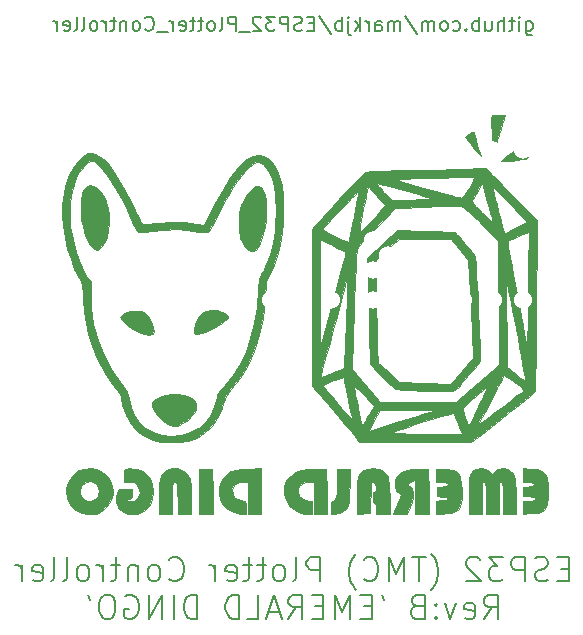
<source format=gbo>
%TF.GenerationSoftware,KiCad,Pcbnew,(5.1.10)-1*%
%TF.CreationDate,2022-01-11T19:27:46+00:00*%
%TF.ProjectId,ESP32_Plotter_Controller_revB1,45535033-325f-4506-9c6f-747465725f43,rev?*%
%TF.SameCoordinates,Original*%
%TF.FileFunction,Legend,Bot*%
%TF.FilePolarity,Positive*%
%FSLAX46Y46*%
G04 Gerber Fmt 4.6, Leading zero omitted, Abs format (unit mm)*
G04 Created by KiCad (PCBNEW (5.1.10)-1) date 2022-01-11 19:27:46*
%MOMM*%
%LPD*%
G01*
G04 APERTURE LIST*
%ADD10C,0.200000*%
%ADD11C,0.010000*%
%ADD12O,1.200000X1.750000*%
%ADD13O,2.100000X1.000000*%
%ADD14C,0.650000*%
%ADD15O,1.600000X1.000000*%
%ADD16R,3.500000X3.500000*%
%ADD17C,1.524000*%
%ADD18C,3.200000*%
%ADD19O,1.700000X1.700000*%
%ADD20R,1.700000X1.700000*%
%ADD21O,1.750000X1.200000*%
%ADD22C,1.000000*%
G04 APERTURE END LIST*
D10*
X80645714Y-72767857D02*
X80645714Y-73739285D01*
X80702857Y-73853571D01*
X80760000Y-73910714D01*
X80874285Y-73967857D01*
X81045714Y-73967857D01*
X81160000Y-73910714D01*
X80645714Y-73510714D02*
X80760000Y-73567857D01*
X80988571Y-73567857D01*
X81102857Y-73510714D01*
X81160000Y-73453571D01*
X81217142Y-73339285D01*
X81217142Y-72996428D01*
X81160000Y-72882142D01*
X81102857Y-72825000D01*
X80988571Y-72767857D01*
X80760000Y-72767857D01*
X80645714Y-72825000D01*
X80074285Y-73567857D02*
X80074285Y-72767857D01*
X80074285Y-72367857D02*
X80131428Y-72425000D01*
X80074285Y-72482142D01*
X80017142Y-72425000D01*
X80074285Y-72367857D01*
X80074285Y-72482142D01*
X79674285Y-72767857D02*
X79217142Y-72767857D01*
X79502857Y-72367857D02*
X79502857Y-73396428D01*
X79445714Y-73510714D01*
X79331428Y-73567857D01*
X79217142Y-73567857D01*
X78817142Y-73567857D02*
X78817142Y-72367857D01*
X78302857Y-73567857D02*
X78302857Y-72939285D01*
X78360000Y-72825000D01*
X78474285Y-72767857D01*
X78645714Y-72767857D01*
X78760000Y-72825000D01*
X78817142Y-72882142D01*
X77217142Y-72767857D02*
X77217142Y-73567857D01*
X77731428Y-72767857D02*
X77731428Y-73396428D01*
X77674285Y-73510714D01*
X77560000Y-73567857D01*
X77388571Y-73567857D01*
X77274285Y-73510714D01*
X77217142Y-73453571D01*
X76645714Y-73567857D02*
X76645714Y-72367857D01*
X76645714Y-72825000D02*
X76531428Y-72767857D01*
X76302857Y-72767857D01*
X76188571Y-72825000D01*
X76131428Y-72882142D01*
X76074285Y-72996428D01*
X76074285Y-73339285D01*
X76131428Y-73453571D01*
X76188571Y-73510714D01*
X76302857Y-73567857D01*
X76531428Y-73567857D01*
X76645714Y-73510714D01*
X75560000Y-73453571D02*
X75502857Y-73510714D01*
X75560000Y-73567857D01*
X75617142Y-73510714D01*
X75560000Y-73453571D01*
X75560000Y-73567857D01*
X74474285Y-73510714D02*
X74588571Y-73567857D01*
X74817142Y-73567857D01*
X74931428Y-73510714D01*
X74988571Y-73453571D01*
X75045714Y-73339285D01*
X75045714Y-72996428D01*
X74988571Y-72882142D01*
X74931428Y-72825000D01*
X74817142Y-72767857D01*
X74588571Y-72767857D01*
X74474285Y-72825000D01*
X73788571Y-73567857D02*
X73902857Y-73510714D01*
X73960000Y-73453571D01*
X74017142Y-73339285D01*
X74017142Y-72996428D01*
X73960000Y-72882142D01*
X73902857Y-72825000D01*
X73788571Y-72767857D01*
X73617142Y-72767857D01*
X73502857Y-72825000D01*
X73445714Y-72882142D01*
X73388571Y-72996428D01*
X73388571Y-73339285D01*
X73445714Y-73453571D01*
X73502857Y-73510714D01*
X73617142Y-73567857D01*
X73788571Y-73567857D01*
X72874285Y-73567857D02*
X72874285Y-72767857D01*
X72874285Y-72882142D02*
X72817142Y-72825000D01*
X72702857Y-72767857D01*
X72531428Y-72767857D01*
X72417142Y-72825000D01*
X72360000Y-72939285D01*
X72360000Y-73567857D01*
X72360000Y-72939285D02*
X72302857Y-72825000D01*
X72188571Y-72767857D01*
X72017142Y-72767857D01*
X71902857Y-72825000D01*
X71845714Y-72939285D01*
X71845714Y-73567857D01*
X70417142Y-72310714D02*
X71445714Y-73853571D01*
X70017142Y-73567857D02*
X70017142Y-72767857D01*
X70017142Y-72882142D02*
X69960000Y-72825000D01*
X69845714Y-72767857D01*
X69674285Y-72767857D01*
X69560000Y-72825000D01*
X69502857Y-72939285D01*
X69502857Y-73567857D01*
X69502857Y-72939285D02*
X69445714Y-72825000D01*
X69331428Y-72767857D01*
X69160000Y-72767857D01*
X69045714Y-72825000D01*
X68988571Y-72939285D01*
X68988571Y-73567857D01*
X67902857Y-73567857D02*
X67902857Y-72939285D01*
X67960000Y-72825000D01*
X68074285Y-72767857D01*
X68302857Y-72767857D01*
X68417142Y-72825000D01*
X67902857Y-73510714D02*
X68017142Y-73567857D01*
X68302857Y-73567857D01*
X68417142Y-73510714D01*
X68474285Y-73396428D01*
X68474285Y-73282142D01*
X68417142Y-73167857D01*
X68302857Y-73110714D01*
X68017142Y-73110714D01*
X67902857Y-73053571D01*
X67331428Y-73567857D02*
X67331428Y-72767857D01*
X67331428Y-72996428D02*
X67274285Y-72882142D01*
X67217142Y-72825000D01*
X67102857Y-72767857D01*
X66988571Y-72767857D01*
X66588571Y-73567857D02*
X66588571Y-72367857D01*
X66474285Y-73110714D02*
X66131428Y-73567857D01*
X66131428Y-72767857D02*
X66588571Y-73225000D01*
X65617142Y-72767857D02*
X65617142Y-73796428D01*
X65674285Y-73910714D01*
X65788571Y-73967857D01*
X65845714Y-73967857D01*
X65617142Y-72367857D02*
X65674285Y-72425000D01*
X65617142Y-72482142D01*
X65560000Y-72425000D01*
X65617142Y-72367857D01*
X65617142Y-72482142D01*
X65045714Y-73567857D02*
X65045714Y-72367857D01*
X65045714Y-72825000D02*
X64931428Y-72767857D01*
X64702857Y-72767857D01*
X64588571Y-72825000D01*
X64531428Y-72882142D01*
X64474285Y-72996428D01*
X64474285Y-73339285D01*
X64531428Y-73453571D01*
X64588571Y-73510714D01*
X64702857Y-73567857D01*
X64931428Y-73567857D01*
X65045714Y-73510714D01*
X63102857Y-72310714D02*
X64131428Y-73853571D01*
X62702857Y-72939285D02*
X62302857Y-72939285D01*
X62131428Y-73567857D02*
X62702857Y-73567857D01*
X62702857Y-72367857D01*
X62131428Y-72367857D01*
X61674285Y-73510714D02*
X61502857Y-73567857D01*
X61217142Y-73567857D01*
X61102857Y-73510714D01*
X61045714Y-73453571D01*
X60988571Y-73339285D01*
X60988571Y-73225000D01*
X61045714Y-73110714D01*
X61102857Y-73053571D01*
X61217142Y-72996428D01*
X61445714Y-72939285D01*
X61560000Y-72882142D01*
X61617142Y-72825000D01*
X61674285Y-72710714D01*
X61674285Y-72596428D01*
X61617142Y-72482142D01*
X61560000Y-72425000D01*
X61445714Y-72367857D01*
X61160000Y-72367857D01*
X60988571Y-72425000D01*
X60474285Y-73567857D02*
X60474285Y-72367857D01*
X60017142Y-72367857D01*
X59902857Y-72425000D01*
X59845714Y-72482142D01*
X59788571Y-72596428D01*
X59788571Y-72767857D01*
X59845714Y-72882142D01*
X59902857Y-72939285D01*
X60017142Y-72996428D01*
X60474285Y-72996428D01*
X59388571Y-72367857D02*
X58645714Y-72367857D01*
X59045714Y-72825000D01*
X58874285Y-72825000D01*
X58760000Y-72882142D01*
X58702857Y-72939285D01*
X58645714Y-73053571D01*
X58645714Y-73339285D01*
X58702857Y-73453571D01*
X58760000Y-73510714D01*
X58874285Y-73567857D01*
X59217142Y-73567857D01*
X59331428Y-73510714D01*
X59388571Y-73453571D01*
X58188571Y-72482142D02*
X58131428Y-72425000D01*
X58017142Y-72367857D01*
X57731428Y-72367857D01*
X57617142Y-72425000D01*
X57560000Y-72482142D01*
X57502857Y-72596428D01*
X57502857Y-72710714D01*
X57560000Y-72882142D01*
X58245714Y-73567857D01*
X57502857Y-73567857D01*
X57274285Y-73682142D02*
X56360000Y-73682142D01*
X56074285Y-73567857D02*
X56074285Y-72367857D01*
X55617142Y-72367857D01*
X55502857Y-72425000D01*
X55445714Y-72482142D01*
X55388571Y-72596428D01*
X55388571Y-72767857D01*
X55445714Y-72882142D01*
X55502857Y-72939285D01*
X55617142Y-72996428D01*
X56074285Y-72996428D01*
X54702857Y-73567857D02*
X54817142Y-73510714D01*
X54874285Y-73396428D01*
X54874285Y-72367857D01*
X54074285Y-73567857D02*
X54188571Y-73510714D01*
X54245714Y-73453571D01*
X54302857Y-73339285D01*
X54302857Y-72996428D01*
X54245714Y-72882142D01*
X54188571Y-72825000D01*
X54074285Y-72767857D01*
X53902857Y-72767857D01*
X53788571Y-72825000D01*
X53731428Y-72882142D01*
X53674285Y-72996428D01*
X53674285Y-73339285D01*
X53731428Y-73453571D01*
X53788571Y-73510714D01*
X53902857Y-73567857D01*
X54074285Y-73567857D01*
X53331428Y-72767857D02*
X52874285Y-72767857D01*
X53160000Y-72367857D02*
X53160000Y-73396428D01*
X53102857Y-73510714D01*
X52988571Y-73567857D01*
X52874285Y-73567857D01*
X52645714Y-72767857D02*
X52188571Y-72767857D01*
X52474285Y-72367857D02*
X52474285Y-73396428D01*
X52417142Y-73510714D01*
X52302857Y-73567857D01*
X52188571Y-73567857D01*
X51331428Y-73510714D02*
X51445714Y-73567857D01*
X51674285Y-73567857D01*
X51788571Y-73510714D01*
X51845714Y-73396428D01*
X51845714Y-72939285D01*
X51788571Y-72825000D01*
X51674285Y-72767857D01*
X51445714Y-72767857D01*
X51331428Y-72825000D01*
X51274285Y-72939285D01*
X51274285Y-73053571D01*
X51845714Y-73167857D01*
X50760000Y-73567857D02*
X50760000Y-72767857D01*
X50760000Y-72996428D02*
X50702857Y-72882142D01*
X50645714Y-72825000D01*
X50531428Y-72767857D01*
X50417142Y-72767857D01*
X50302857Y-73682142D02*
X49388571Y-73682142D01*
X48417142Y-73453571D02*
X48474285Y-73510714D01*
X48645714Y-73567857D01*
X48760000Y-73567857D01*
X48931428Y-73510714D01*
X49045714Y-73396428D01*
X49102857Y-73282142D01*
X49160000Y-73053571D01*
X49160000Y-72882142D01*
X49102857Y-72653571D01*
X49045714Y-72539285D01*
X48931428Y-72425000D01*
X48760000Y-72367857D01*
X48645714Y-72367857D01*
X48474285Y-72425000D01*
X48417142Y-72482142D01*
X47731428Y-73567857D02*
X47845714Y-73510714D01*
X47902857Y-73453571D01*
X47960000Y-73339285D01*
X47960000Y-72996428D01*
X47902857Y-72882142D01*
X47845714Y-72825000D01*
X47731428Y-72767857D01*
X47560000Y-72767857D01*
X47445714Y-72825000D01*
X47388571Y-72882142D01*
X47331428Y-72996428D01*
X47331428Y-73339285D01*
X47388571Y-73453571D01*
X47445714Y-73510714D01*
X47560000Y-73567857D01*
X47731428Y-73567857D01*
X46817142Y-72767857D02*
X46817142Y-73567857D01*
X46817142Y-72882142D02*
X46760000Y-72825000D01*
X46645714Y-72767857D01*
X46474285Y-72767857D01*
X46360000Y-72825000D01*
X46302857Y-72939285D01*
X46302857Y-73567857D01*
X45902857Y-72767857D02*
X45445714Y-72767857D01*
X45731428Y-72367857D02*
X45731428Y-73396428D01*
X45674285Y-73510714D01*
X45560000Y-73567857D01*
X45445714Y-73567857D01*
X45045714Y-73567857D02*
X45045714Y-72767857D01*
X45045714Y-72996428D02*
X44988571Y-72882142D01*
X44931428Y-72825000D01*
X44817142Y-72767857D01*
X44702857Y-72767857D01*
X44131428Y-73567857D02*
X44245714Y-73510714D01*
X44302857Y-73453571D01*
X44360000Y-73339285D01*
X44360000Y-72996428D01*
X44302857Y-72882142D01*
X44245714Y-72825000D01*
X44131428Y-72767857D01*
X43960000Y-72767857D01*
X43845714Y-72825000D01*
X43788571Y-72882142D01*
X43731428Y-72996428D01*
X43731428Y-73339285D01*
X43788571Y-73453571D01*
X43845714Y-73510714D01*
X43960000Y-73567857D01*
X44131428Y-73567857D01*
X43045714Y-73567857D02*
X43160000Y-73510714D01*
X43217142Y-73396428D01*
X43217142Y-72367857D01*
X42417142Y-73567857D02*
X42531428Y-73510714D01*
X42588571Y-73396428D01*
X42588571Y-72367857D01*
X41502857Y-73510714D02*
X41617142Y-73567857D01*
X41845714Y-73567857D01*
X41960000Y-73510714D01*
X42017142Y-73396428D01*
X42017142Y-72939285D01*
X41960000Y-72825000D01*
X41845714Y-72767857D01*
X41617142Y-72767857D01*
X41502857Y-72825000D01*
X41445714Y-72939285D01*
X41445714Y-73053571D01*
X42017142Y-73167857D01*
X40931428Y-73567857D02*
X40931428Y-72767857D01*
X40931428Y-72996428D02*
X40874285Y-72882142D01*
X40817142Y-72825000D01*
X40702857Y-72767857D01*
X40588571Y-72767857D01*
X84245714Y-119097642D02*
X83579047Y-119097642D01*
X83293333Y-120145261D02*
X84245714Y-120145261D01*
X84245714Y-118145261D01*
X83293333Y-118145261D01*
X82531428Y-120050023D02*
X82245714Y-120145261D01*
X81769523Y-120145261D01*
X81579047Y-120050023D01*
X81483809Y-119954785D01*
X81388571Y-119764309D01*
X81388571Y-119573833D01*
X81483809Y-119383357D01*
X81579047Y-119288119D01*
X81769523Y-119192880D01*
X82150476Y-119097642D01*
X82340952Y-119002404D01*
X82436190Y-118907166D01*
X82531428Y-118716690D01*
X82531428Y-118526214D01*
X82436190Y-118335738D01*
X82340952Y-118240500D01*
X82150476Y-118145261D01*
X81674285Y-118145261D01*
X81388571Y-118240500D01*
X80531428Y-120145261D02*
X80531428Y-118145261D01*
X79769523Y-118145261D01*
X79579047Y-118240500D01*
X79483809Y-118335738D01*
X79388571Y-118526214D01*
X79388571Y-118811928D01*
X79483809Y-119002404D01*
X79579047Y-119097642D01*
X79769523Y-119192880D01*
X80531428Y-119192880D01*
X78721904Y-118145261D02*
X77483809Y-118145261D01*
X78150476Y-118907166D01*
X77864761Y-118907166D01*
X77674285Y-119002404D01*
X77579047Y-119097642D01*
X77483809Y-119288119D01*
X77483809Y-119764309D01*
X77579047Y-119954785D01*
X77674285Y-120050023D01*
X77864761Y-120145261D01*
X78436190Y-120145261D01*
X78626666Y-120050023D01*
X78721904Y-119954785D01*
X76721904Y-118335738D02*
X76626666Y-118240500D01*
X76436190Y-118145261D01*
X75960000Y-118145261D01*
X75769523Y-118240500D01*
X75674285Y-118335738D01*
X75579047Y-118526214D01*
X75579047Y-118716690D01*
X75674285Y-119002404D01*
X76817142Y-120145261D01*
X75579047Y-120145261D01*
X72626666Y-120907166D02*
X72721904Y-120811928D01*
X72912380Y-120526214D01*
X73007619Y-120335738D01*
X73102857Y-120050023D01*
X73198095Y-119573833D01*
X73198095Y-119192880D01*
X73102857Y-118716690D01*
X73007619Y-118430976D01*
X72912380Y-118240500D01*
X72721904Y-117954785D01*
X72626666Y-117859547D01*
X72150476Y-118145261D02*
X71007619Y-118145261D01*
X71579047Y-120145261D02*
X71579047Y-118145261D01*
X70340952Y-120145261D02*
X70340952Y-118145261D01*
X69674285Y-119573833D01*
X69007619Y-118145261D01*
X69007619Y-120145261D01*
X66912380Y-119954785D02*
X67007619Y-120050023D01*
X67293333Y-120145261D01*
X67483809Y-120145261D01*
X67769523Y-120050023D01*
X67960000Y-119859547D01*
X68055238Y-119669071D01*
X68150476Y-119288119D01*
X68150476Y-119002404D01*
X68055238Y-118621452D01*
X67960000Y-118430976D01*
X67769523Y-118240500D01*
X67483809Y-118145261D01*
X67293333Y-118145261D01*
X67007619Y-118240500D01*
X66912380Y-118335738D01*
X66245714Y-120907166D02*
X66150476Y-120811928D01*
X65960000Y-120526214D01*
X65864761Y-120335738D01*
X65769523Y-120050023D01*
X65674285Y-119573833D01*
X65674285Y-119192880D01*
X65769523Y-118716690D01*
X65864761Y-118430976D01*
X65960000Y-118240500D01*
X66150476Y-117954785D01*
X66245714Y-117859547D01*
X63198095Y-120145261D02*
X63198095Y-118145261D01*
X62436190Y-118145261D01*
X62245714Y-118240500D01*
X62150476Y-118335738D01*
X62055238Y-118526214D01*
X62055238Y-118811928D01*
X62150476Y-119002404D01*
X62245714Y-119097642D01*
X62436190Y-119192880D01*
X63198095Y-119192880D01*
X60912380Y-120145261D02*
X61102857Y-120050023D01*
X61198095Y-119859547D01*
X61198095Y-118145261D01*
X59864761Y-120145261D02*
X60055238Y-120050023D01*
X60150476Y-119954785D01*
X60245714Y-119764309D01*
X60245714Y-119192880D01*
X60150476Y-119002404D01*
X60055238Y-118907166D01*
X59864761Y-118811928D01*
X59579047Y-118811928D01*
X59388571Y-118907166D01*
X59293333Y-119002404D01*
X59198095Y-119192880D01*
X59198095Y-119764309D01*
X59293333Y-119954785D01*
X59388571Y-120050023D01*
X59579047Y-120145261D01*
X59864761Y-120145261D01*
X58626666Y-118811928D02*
X57864761Y-118811928D01*
X58340952Y-118145261D02*
X58340952Y-119859547D01*
X58245714Y-120050023D01*
X58055238Y-120145261D01*
X57864761Y-120145261D01*
X57483809Y-118811928D02*
X56721904Y-118811928D01*
X57198095Y-118145261D02*
X57198095Y-119859547D01*
X57102857Y-120050023D01*
X56912380Y-120145261D01*
X56721904Y-120145261D01*
X55293333Y-120050023D02*
X55483809Y-120145261D01*
X55864761Y-120145261D01*
X56055238Y-120050023D01*
X56150476Y-119859547D01*
X56150476Y-119097642D01*
X56055238Y-118907166D01*
X55864761Y-118811928D01*
X55483809Y-118811928D01*
X55293333Y-118907166D01*
X55198095Y-119097642D01*
X55198095Y-119288119D01*
X56150476Y-119478595D01*
X54340952Y-120145261D02*
X54340952Y-118811928D01*
X54340952Y-119192880D02*
X54245714Y-119002404D01*
X54150476Y-118907166D01*
X53960000Y-118811928D01*
X53769523Y-118811928D01*
X50436190Y-119954785D02*
X50531428Y-120050023D01*
X50817142Y-120145261D01*
X51007619Y-120145261D01*
X51293333Y-120050023D01*
X51483809Y-119859547D01*
X51579047Y-119669071D01*
X51674285Y-119288119D01*
X51674285Y-119002404D01*
X51579047Y-118621452D01*
X51483809Y-118430976D01*
X51293333Y-118240500D01*
X51007619Y-118145261D01*
X50817142Y-118145261D01*
X50531428Y-118240500D01*
X50436190Y-118335738D01*
X49293333Y-120145261D02*
X49483809Y-120050023D01*
X49579047Y-119954785D01*
X49674285Y-119764309D01*
X49674285Y-119192880D01*
X49579047Y-119002404D01*
X49483809Y-118907166D01*
X49293333Y-118811928D01*
X49007619Y-118811928D01*
X48817142Y-118907166D01*
X48721904Y-119002404D01*
X48626666Y-119192880D01*
X48626666Y-119764309D01*
X48721904Y-119954785D01*
X48817142Y-120050023D01*
X49007619Y-120145261D01*
X49293333Y-120145261D01*
X47769523Y-118811928D02*
X47769523Y-120145261D01*
X47769523Y-119002404D02*
X47674285Y-118907166D01*
X47483809Y-118811928D01*
X47198095Y-118811928D01*
X47007619Y-118907166D01*
X46912380Y-119097642D01*
X46912380Y-120145261D01*
X46245714Y-118811928D02*
X45483809Y-118811928D01*
X45960000Y-118145261D02*
X45960000Y-119859547D01*
X45864761Y-120050023D01*
X45674285Y-120145261D01*
X45483809Y-120145261D01*
X44817142Y-120145261D02*
X44817142Y-118811928D01*
X44817142Y-119192880D02*
X44721904Y-119002404D01*
X44626666Y-118907166D01*
X44436190Y-118811928D01*
X44245714Y-118811928D01*
X43293333Y-120145261D02*
X43483809Y-120050023D01*
X43579047Y-119954785D01*
X43674285Y-119764309D01*
X43674285Y-119192880D01*
X43579047Y-119002404D01*
X43483809Y-118907166D01*
X43293333Y-118811928D01*
X43007619Y-118811928D01*
X42817142Y-118907166D01*
X42721904Y-119002404D01*
X42626666Y-119192880D01*
X42626666Y-119764309D01*
X42721904Y-119954785D01*
X42817142Y-120050023D01*
X43007619Y-120145261D01*
X43293333Y-120145261D01*
X41483809Y-120145261D02*
X41674285Y-120050023D01*
X41769523Y-119859547D01*
X41769523Y-118145261D01*
X40436190Y-120145261D02*
X40626666Y-120050023D01*
X40721904Y-119859547D01*
X40721904Y-118145261D01*
X38912380Y-120050023D02*
X39102857Y-120145261D01*
X39483809Y-120145261D01*
X39674285Y-120050023D01*
X39769523Y-119859547D01*
X39769523Y-119097642D01*
X39674285Y-118907166D01*
X39483809Y-118811928D01*
X39102857Y-118811928D01*
X38912380Y-118907166D01*
X38817142Y-119097642D01*
X38817142Y-119288119D01*
X39769523Y-119478595D01*
X37960000Y-120145261D02*
X37960000Y-118811928D01*
X37960000Y-119192880D02*
X37864761Y-119002404D01*
X37769523Y-118907166D01*
X37579047Y-118811928D01*
X37388571Y-118811928D01*
X77102857Y-123345261D02*
X77769523Y-122392880D01*
X78245714Y-123345261D02*
X78245714Y-121345261D01*
X77483809Y-121345261D01*
X77293333Y-121440500D01*
X77198095Y-121535738D01*
X77102857Y-121726214D01*
X77102857Y-122011928D01*
X77198095Y-122202404D01*
X77293333Y-122297642D01*
X77483809Y-122392880D01*
X78245714Y-122392880D01*
X75483809Y-123250023D02*
X75674285Y-123345261D01*
X76055238Y-123345261D01*
X76245714Y-123250023D01*
X76340952Y-123059547D01*
X76340952Y-122297642D01*
X76245714Y-122107166D01*
X76055238Y-122011928D01*
X75674285Y-122011928D01*
X75483809Y-122107166D01*
X75388571Y-122297642D01*
X75388571Y-122488119D01*
X76340952Y-122678595D01*
X74721904Y-122011928D02*
X74245714Y-123345261D01*
X73769523Y-122011928D01*
X73007619Y-123154785D02*
X72912380Y-123250023D01*
X73007619Y-123345261D01*
X73102857Y-123250023D01*
X73007619Y-123154785D01*
X73007619Y-123345261D01*
X73007619Y-122107166D02*
X72912380Y-122202404D01*
X73007619Y-122297642D01*
X73102857Y-122202404D01*
X73007619Y-122107166D01*
X73007619Y-122297642D01*
X71388571Y-122297642D02*
X71102857Y-122392880D01*
X71007619Y-122488119D01*
X70912380Y-122678595D01*
X70912380Y-122964309D01*
X71007619Y-123154785D01*
X71102857Y-123250023D01*
X71293333Y-123345261D01*
X72055238Y-123345261D01*
X72055238Y-121345261D01*
X71388571Y-121345261D01*
X71198095Y-121440500D01*
X71102857Y-121535738D01*
X71007619Y-121726214D01*
X71007619Y-121916690D01*
X71102857Y-122107166D01*
X71198095Y-122202404D01*
X71388571Y-122297642D01*
X72055238Y-122297642D01*
X68436190Y-121345261D02*
X68626666Y-121726214D01*
X67579047Y-122297642D02*
X66912380Y-122297642D01*
X66626666Y-123345261D02*
X67579047Y-123345261D01*
X67579047Y-121345261D01*
X66626666Y-121345261D01*
X65769523Y-123345261D02*
X65769523Y-121345261D01*
X65102857Y-122773833D01*
X64436190Y-121345261D01*
X64436190Y-123345261D01*
X63483809Y-122297642D02*
X62817142Y-122297642D01*
X62531428Y-123345261D02*
X63483809Y-123345261D01*
X63483809Y-121345261D01*
X62531428Y-121345261D01*
X60531428Y-123345261D02*
X61198095Y-122392880D01*
X61674285Y-123345261D02*
X61674285Y-121345261D01*
X60912380Y-121345261D01*
X60721904Y-121440500D01*
X60626666Y-121535738D01*
X60531428Y-121726214D01*
X60531428Y-122011928D01*
X60626666Y-122202404D01*
X60721904Y-122297642D01*
X60912380Y-122392880D01*
X61674285Y-122392880D01*
X59769523Y-122773833D02*
X58817142Y-122773833D01*
X59960000Y-123345261D02*
X59293333Y-121345261D01*
X58626666Y-123345261D01*
X57007619Y-123345261D02*
X57960000Y-123345261D01*
X57960000Y-121345261D01*
X56340952Y-123345261D02*
X56340952Y-121345261D01*
X55864761Y-121345261D01*
X55579047Y-121440500D01*
X55388571Y-121630976D01*
X55293333Y-121821452D01*
X55198095Y-122202404D01*
X55198095Y-122488119D01*
X55293333Y-122869071D01*
X55388571Y-123059547D01*
X55579047Y-123250023D01*
X55864761Y-123345261D01*
X56340952Y-123345261D01*
X52817142Y-123345261D02*
X52817142Y-121345261D01*
X52340952Y-121345261D01*
X52055238Y-121440500D01*
X51864761Y-121630976D01*
X51769523Y-121821452D01*
X51674285Y-122202404D01*
X51674285Y-122488119D01*
X51769523Y-122869071D01*
X51864761Y-123059547D01*
X52055238Y-123250023D01*
X52340952Y-123345261D01*
X52817142Y-123345261D01*
X50817142Y-123345261D02*
X50817142Y-121345261D01*
X49864761Y-123345261D02*
X49864761Y-121345261D01*
X48721904Y-123345261D01*
X48721904Y-121345261D01*
X46721904Y-121440500D02*
X46912380Y-121345261D01*
X47198095Y-121345261D01*
X47483809Y-121440500D01*
X47674285Y-121630976D01*
X47769523Y-121821452D01*
X47864761Y-122202404D01*
X47864761Y-122488119D01*
X47769523Y-122869071D01*
X47674285Y-123059547D01*
X47483809Y-123250023D01*
X47198095Y-123345261D01*
X47007619Y-123345261D01*
X46721904Y-123250023D01*
X46626666Y-123154785D01*
X46626666Y-122488119D01*
X47007619Y-122488119D01*
X45388571Y-121345261D02*
X45007619Y-121345261D01*
X44817142Y-121440500D01*
X44626666Y-121630976D01*
X44531428Y-122011928D01*
X44531428Y-122678595D01*
X44626666Y-123059547D01*
X44817142Y-123250023D01*
X45007619Y-123345261D01*
X45388571Y-123345261D01*
X45579047Y-123250023D01*
X45769523Y-123059547D01*
X45864761Y-122678595D01*
X45864761Y-122011928D01*
X45769523Y-121630976D01*
X45579047Y-121440500D01*
X45388571Y-121345261D01*
X43579047Y-121345261D02*
X43769523Y-121726214D01*
D11*
G36*
X69178062Y-90961912D02*
G01*
X68881785Y-91233602D01*
X68518430Y-91570467D01*
X68143531Y-91920890D01*
X67932414Y-92119712D01*
X67221328Y-92791829D01*
X67275818Y-94666498D01*
X67292403Y-95264870D01*
X67311125Y-95987327D01*
X67330892Y-96788655D01*
X67350612Y-97623635D01*
X67369191Y-98447052D01*
X67384551Y-99165833D01*
X67438793Y-101790500D01*
X68495214Y-102862504D01*
X69551635Y-103934509D01*
X70409901Y-103982440D01*
X71059667Y-104014331D01*
X71718713Y-104038739D01*
X72363937Y-104055564D01*
X72972233Y-104064704D01*
X73520499Y-104066059D01*
X73985631Y-104059527D01*
X74344525Y-104045007D01*
X74574076Y-104022398D01*
X74646385Y-104000982D01*
X74748535Y-103899279D01*
X74935715Y-103694684D01*
X75184536Y-103414376D01*
X75471606Y-103085535D01*
X75773535Y-102735341D01*
X76066932Y-102390973D01*
X76328408Y-102079611D01*
X76534570Y-101828434D01*
X76662029Y-101664621D01*
X76682122Y-101635486D01*
X76707809Y-101574548D01*
X76727052Y-101472994D01*
X76739594Y-101317231D01*
X76739635Y-101315574D01*
X76148810Y-101315574D01*
X75232489Y-102385896D01*
X74316167Y-103456217D01*
X72115426Y-103395190D01*
X69914684Y-103334162D01*
X69016171Y-102498621D01*
X68117658Y-101663081D01*
X68063798Y-100456790D01*
X68049568Y-100082560D01*
X68033658Y-99568527D01*
X68016794Y-98944203D01*
X67999699Y-98239102D01*
X67983097Y-97482735D01*
X67967714Y-96704616D01*
X67957300Y-96117833D01*
X67904662Y-92985167D01*
X68901232Y-92075000D01*
X69897801Y-91164833D01*
X74316167Y-91167141D01*
X75774125Y-92985167D01*
X75961467Y-97150370D01*
X76148810Y-101315574D01*
X76739635Y-101315574D01*
X76745178Y-101093667D01*
X76743549Y-100788712D01*
X76734449Y-100388774D01*
X76717622Y-99880261D01*
X76692811Y-99249581D01*
X76659761Y-98483142D01*
X76618214Y-97567353D01*
X76596520Y-97099522D01*
X76544789Y-96019255D01*
X76497728Y-95101090D01*
X76454842Y-94337875D01*
X76415640Y-93722455D01*
X76379628Y-93247680D01*
X76346314Y-92906395D01*
X76315204Y-92691449D01*
X76286266Y-92596318D01*
X76058136Y-92290045D01*
X75787662Y-91948715D01*
X75497720Y-91598649D01*
X75211184Y-91266169D01*
X74950927Y-90977596D01*
X74739824Y-90759250D01*
X74600749Y-90637454D01*
X74570167Y-90621607D01*
X74443391Y-90609360D01*
X74170972Y-90594747D01*
X73776571Y-90578639D01*
X73283847Y-90561907D01*
X72716461Y-90545422D01*
X72098072Y-90530054D01*
X72056729Y-90529116D01*
X69712623Y-90476228D01*
X69178062Y-90961912D01*
G37*
X69178062Y-90961912D02*
X68881785Y-91233602D01*
X68518430Y-91570467D01*
X68143531Y-91920890D01*
X67932414Y-92119712D01*
X67221328Y-92791829D01*
X67275818Y-94666498D01*
X67292403Y-95264870D01*
X67311125Y-95987327D01*
X67330892Y-96788655D01*
X67350612Y-97623635D01*
X67369191Y-98447052D01*
X67384551Y-99165833D01*
X67438793Y-101790500D01*
X68495214Y-102862504D01*
X69551635Y-103934509D01*
X70409901Y-103982440D01*
X71059667Y-104014331D01*
X71718713Y-104038739D01*
X72363937Y-104055564D01*
X72972233Y-104064704D01*
X73520499Y-104066059D01*
X73985631Y-104059527D01*
X74344525Y-104045007D01*
X74574076Y-104022398D01*
X74646385Y-104000982D01*
X74748535Y-103899279D01*
X74935715Y-103694684D01*
X75184536Y-103414376D01*
X75471606Y-103085535D01*
X75773535Y-102735341D01*
X76066932Y-102390973D01*
X76328408Y-102079611D01*
X76534570Y-101828434D01*
X76662029Y-101664621D01*
X76682122Y-101635486D01*
X76707809Y-101574548D01*
X76727052Y-101472994D01*
X76739594Y-101317231D01*
X76739635Y-101315574D01*
X76148810Y-101315574D01*
X75232489Y-102385896D01*
X74316167Y-103456217D01*
X72115426Y-103395190D01*
X69914684Y-103334162D01*
X69016171Y-102498621D01*
X68117658Y-101663081D01*
X68063798Y-100456790D01*
X68049568Y-100082560D01*
X68033658Y-99568527D01*
X68016794Y-98944203D01*
X67999699Y-98239102D01*
X67983097Y-97482735D01*
X67967714Y-96704616D01*
X67957300Y-96117833D01*
X67904662Y-92985167D01*
X68901232Y-92075000D01*
X69897801Y-91164833D01*
X74316167Y-91167141D01*
X75774125Y-92985167D01*
X75961467Y-97150370D01*
X76148810Y-101315574D01*
X76739635Y-101315574D01*
X76745178Y-101093667D01*
X76743549Y-100788712D01*
X76734449Y-100388774D01*
X76717622Y-99880261D01*
X76692811Y-99249581D01*
X76659761Y-98483142D01*
X76618214Y-97567353D01*
X76596520Y-97099522D01*
X76544789Y-96019255D01*
X76497728Y-95101090D01*
X76454842Y-94337875D01*
X76415640Y-93722455D01*
X76379628Y-93247680D01*
X76346314Y-92906395D01*
X76315204Y-92691449D01*
X76286266Y-92596318D01*
X76058136Y-92290045D01*
X75787662Y-91948715D01*
X75497720Y-91598649D01*
X75211184Y-91266169D01*
X74950927Y-90977596D01*
X74739824Y-90759250D01*
X74600749Y-90637454D01*
X74570167Y-90621607D01*
X74443391Y-90609360D01*
X74170972Y-90594747D01*
X73776571Y-90578639D01*
X73283847Y-90561907D01*
X72716461Y-90545422D01*
X72098072Y-90530054D01*
X72056729Y-90529116D01*
X69712623Y-90476228D01*
X69178062Y-90961912D01*
G36*
X43501871Y-86706249D02*
G01*
X43313926Y-86907350D01*
X43172037Y-87171574D01*
X43094302Y-87361844D01*
X43041949Y-87560490D01*
X43010226Y-87806454D01*
X42994385Y-88138680D01*
X42989676Y-88596111D01*
X42989634Y-88667167D01*
X42993246Y-89144385D01*
X43008992Y-89506169D01*
X43044440Y-89806355D01*
X43107155Y-90098779D01*
X43204704Y-90437279D01*
X43265508Y-90630011D01*
X43492563Y-91243225D01*
X43729641Y-91696861D01*
X43974707Y-91988378D01*
X44225724Y-92115237D01*
X44438307Y-92093216D01*
X44699670Y-91906638D01*
X44933653Y-91557379D01*
X45137073Y-91050353D01*
X45159234Y-90979290D01*
X45267314Y-90456041D01*
X45313500Y-89845232D01*
X45299556Y-89206328D01*
X45227244Y-88598792D01*
X45098325Y-88082089D01*
X45071181Y-88008264D01*
X44820786Y-87484014D01*
X44528105Y-87071398D01*
X44211001Y-86792597D01*
X44016797Y-86698891D01*
X43725845Y-86642536D01*
X43501871Y-86706249D01*
G37*
X43501871Y-86706249D02*
X43313926Y-86907350D01*
X43172037Y-87171574D01*
X43094302Y-87361844D01*
X43041949Y-87560490D01*
X43010226Y-87806454D01*
X42994385Y-88138680D01*
X42989676Y-88596111D01*
X42989634Y-88667167D01*
X42993246Y-89144385D01*
X43008992Y-89506169D01*
X43044440Y-89806355D01*
X43107155Y-90098779D01*
X43204704Y-90437279D01*
X43265508Y-90630011D01*
X43492563Y-91243225D01*
X43729641Y-91696861D01*
X43974707Y-91988378D01*
X44225724Y-92115237D01*
X44438307Y-92093216D01*
X44699670Y-91906638D01*
X44933653Y-91557379D01*
X45137073Y-91050353D01*
X45159234Y-90979290D01*
X45267314Y-90456041D01*
X45313500Y-89845232D01*
X45299556Y-89206328D01*
X45227244Y-88598792D01*
X45098325Y-88082089D01*
X45071181Y-88008264D01*
X44820786Y-87484014D01*
X44528105Y-87071398D01*
X44211001Y-86792597D01*
X44016797Y-86698891D01*
X43725845Y-86642536D01*
X43501871Y-86706249D01*
G36*
X57802477Y-86713194D02*
G01*
X57623822Y-86818411D01*
X57393516Y-87039388D01*
X57139185Y-87342252D01*
X56888450Y-87693132D01*
X56668936Y-88058155D01*
X56605751Y-88180626D01*
X56508765Y-88387695D01*
X56442369Y-88569968D01*
X56400864Y-88766615D01*
X56378553Y-89016804D01*
X56369737Y-89359704D01*
X56368676Y-89810167D01*
X56372490Y-90290749D01*
X56385446Y-90641221D01*
X56412515Y-90900757D01*
X56458672Y-91108528D01*
X56528887Y-91303708D01*
X56570443Y-91399621D01*
X56789383Y-91786900D01*
X57040621Y-92066814D01*
X57302442Y-92226551D01*
X57553134Y-92253303D01*
X57770982Y-92134258D01*
X57786993Y-92117333D01*
X57942951Y-91880061D01*
X58115351Y-91505743D01*
X58292044Y-91024234D01*
X58460885Y-90465391D01*
X58464541Y-90452007D01*
X58555759Y-90067026D01*
X58613310Y-89682102D01*
X58643321Y-89240255D01*
X58651909Y-88709500D01*
X58626715Y-87993604D01*
X58549051Y-87436600D01*
X58417877Y-87036045D01*
X58232153Y-86789496D01*
X57990840Y-86694512D01*
X57802477Y-86713194D01*
G37*
X57802477Y-86713194D02*
X57623822Y-86818411D01*
X57393516Y-87039388D01*
X57139185Y-87342252D01*
X56888450Y-87693132D01*
X56668936Y-88058155D01*
X56605751Y-88180626D01*
X56508765Y-88387695D01*
X56442369Y-88569968D01*
X56400864Y-88766615D01*
X56378553Y-89016804D01*
X56369737Y-89359704D01*
X56368676Y-89810167D01*
X56372490Y-90290749D01*
X56385446Y-90641221D01*
X56412515Y-90900757D01*
X56458672Y-91108528D01*
X56528887Y-91303708D01*
X56570443Y-91399621D01*
X56789383Y-91786900D01*
X57040621Y-92066814D01*
X57302442Y-92226551D01*
X57553134Y-92253303D01*
X57770982Y-92134258D01*
X57786993Y-92117333D01*
X57942951Y-91880061D01*
X58115351Y-91505743D01*
X58292044Y-91024234D01*
X58460885Y-90465391D01*
X58464541Y-90452007D01*
X58555759Y-90067026D01*
X58613310Y-89682102D01*
X58643321Y-89240255D01*
X58651909Y-88709500D01*
X58626715Y-87993604D01*
X58549051Y-87436600D01*
X58417877Y-87036045D01*
X58232153Y-86789496D01*
X57990840Y-86694512D01*
X57802477Y-86713194D01*
G36*
X47092459Y-97320317D02*
G01*
X46707447Y-97447539D01*
X46423391Y-97636883D01*
X46413329Y-97647338D01*
X46232789Y-97839515D01*
X46590668Y-98227768D01*
X46884830Y-98494759D01*
X47244577Y-98742489D01*
X47639978Y-98959288D01*
X48041104Y-99133482D01*
X48418026Y-99253402D01*
X48740813Y-99307373D01*
X48979537Y-99283724D01*
X49089216Y-99202155D01*
X49130006Y-98996404D01*
X49083379Y-98700990D01*
X48968090Y-98358168D01*
X48802894Y-98010188D01*
X48606544Y-97699304D01*
X48397797Y-97467769D01*
X48284703Y-97389662D01*
X47937938Y-97283551D01*
X47521573Y-97263045D01*
X47092459Y-97320317D01*
G37*
X47092459Y-97320317D02*
X46707447Y-97447539D01*
X46423391Y-97636883D01*
X46413329Y-97647338D01*
X46232789Y-97839515D01*
X46590668Y-98227768D01*
X46884830Y-98494759D01*
X47244577Y-98742489D01*
X47639978Y-98959288D01*
X48041104Y-99133482D01*
X48418026Y-99253402D01*
X48740813Y-99307373D01*
X48979537Y-99283724D01*
X49089216Y-99202155D01*
X49130006Y-98996404D01*
X49083379Y-98700990D01*
X48968090Y-98358168D01*
X48802894Y-98010188D01*
X48606544Y-97699304D01*
X48397797Y-97467769D01*
X48284703Y-97389662D01*
X47937938Y-97283551D01*
X47521573Y-97263045D01*
X47092459Y-97320317D01*
G36*
X53524764Y-97286736D02*
G01*
X53363493Y-97376244D01*
X53123629Y-97587084D01*
X52910918Y-97867943D01*
X52735886Y-98187519D01*
X52609064Y-98514512D01*
X52540980Y-98817619D01*
X52542161Y-99065539D01*
X52623138Y-99226971D01*
X52726167Y-99271026D01*
X52885757Y-99248977D01*
X53143781Y-99171542D01*
X53445385Y-99055277D01*
X53455779Y-99050827D01*
X53977213Y-98810339D01*
X54466138Y-98554485D01*
X54883290Y-98305488D01*
X55189404Y-98085574D01*
X55241366Y-98040164D01*
X55389053Y-97854794D01*
X55392164Y-97688886D01*
X55243357Y-97525893D01*
X54935288Y-97349270D01*
X54934614Y-97348943D01*
X54448880Y-97189407D01*
X53965603Y-97168903D01*
X53524764Y-97286736D01*
G37*
X53524764Y-97286736D02*
X53363493Y-97376244D01*
X53123629Y-97587084D01*
X52910918Y-97867943D01*
X52735886Y-98187519D01*
X52609064Y-98514512D01*
X52540980Y-98817619D01*
X52542161Y-99065539D01*
X52623138Y-99226971D01*
X52726167Y-99271026D01*
X52885757Y-99248977D01*
X53143781Y-99171542D01*
X53445385Y-99055277D01*
X53455779Y-99050827D01*
X53977213Y-98810339D01*
X54466138Y-98554485D01*
X54883290Y-98305488D01*
X55189404Y-98085574D01*
X55241366Y-98040164D01*
X55389053Y-97854794D01*
X55392164Y-97688886D01*
X55243357Y-97525893D01*
X54935288Y-97349270D01*
X54934614Y-97348943D01*
X54448880Y-97189407D01*
X53965603Y-97168903D01*
X53524764Y-97286736D01*
G36*
X50190987Y-104391937D02*
G01*
X49844510Y-104453132D01*
X49816498Y-104461295D01*
X49463492Y-104621538D01*
X49180109Y-104848168D01*
X49001853Y-105106565D01*
X48958500Y-105297976D01*
X49027766Y-105561802D01*
X49215424Y-105874532D01*
X49491264Y-106203880D01*
X49825077Y-106517563D01*
X50186655Y-106783296D01*
X50507476Y-106953370D01*
X50756348Y-107046601D01*
X50944024Y-107070152D01*
X51141289Y-107019697D01*
X51403365Y-106898626D01*
X51684730Y-106725269D01*
X51991784Y-106482794D01*
X52287288Y-106207290D01*
X52534002Y-105934841D01*
X52694688Y-105701535D01*
X52730771Y-105612300D01*
X52744650Y-105243081D01*
X52607272Y-104912072D01*
X52336204Y-104644370D01*
X51949012Y-104465070D01*
X51922547Y-104457692D01*
X51563206Y-104394458D01*
X51113033Y-104362492D01*
X50634727Y-104361688D01*
X50190987Y-104391937D01*
G37*
X50190987Y-104391937D02*
X49844510Y-104453132D01*
X49816498Y-104461295D01*
X49463492Y-104621538D01*
X49180109Y-104848168D01*
X49001853Y-105106565D01*
X48958500Y-105297976D01*
X49027766Y-105561802D01*
X49215424Y-105874532D01*
X49491264Y-106203880D01*
X49825077Y-106517563D01*
X50186655Y-106783296D01*
X50507476Y-106953370D01*
X50756348Y-107046601D01*
X50944024Y-107070152D01*
X51141289Y-107019697D01*
X51403365Y-106898626D01*
X51684730Y-106725269D01*
X51991784Y-106482794D01*
X52287288Y-106207290D01*
X52534002Y-105934841D01*
X52694688Y-105701535D01*
X52730771Y-105612300D01*
X52744650Y-105243081D01*
X52607272Y-104912072D01*
X52336204Y-104644370D01*
X51949012Y-104465070D01*
X51922547Y-104457692D01*
X51563206Y-104394458D01*
X51113033Y-104362492D01*
X50634727Y-104361688D01*
X50190987Y-104391937D01*
G36*
X78070247Y-80679811D02*
G01*
X77861405Y-80705323D01*
X77767294Y-80735366D01*
X77729943Y-80796597D01*
X77707826Y-80936503D01*
X77700658Y-81175266D01*
X77708151Y-81533067D01*
X77730022Y-82030088D01*
X77744958Y-82313345D01*
X77772681Y-82799755D01*
X77799054Y-83223724D01*
X77822197Y-83557928D01*
X77840229Y-83775043D01*
X77850564Y-83847786D01*
X77882044Y-83778546D01*
X77956018Y-83572031D01*
X78064272Y-83252526D01*
X78198587Y-82844318D01*
X78350747Y-82371693D01*
X78363386Y-82332010D01*
X78516026Y-81848644D01*
X78648865Y-81420790D01*
X78753992Y-81074518D01*
X78823499Y-80835900D01*
X78849477Y-80731009D01*
X78849487Y-80729667D01*
X78771735Y-80693845D01*
X78579731Y-80673786D01*
X78327795Y-80669203D01*
X78070247Y-80679811D01*
G37*
X78070247Y-80679811D02*
X77861405Y-80705323D01*
X77767294Y-80735366D01*
X77729943Y-80796597D01*
X77707826Y-80936503D01*
X77700658Y-81175266D01*
X77708151Y-81533067D01*
X77730022Y-82030088D01*
X77744958Y-82313345D01*
X77772681Y-82799755D01*
X77799054Y-83223724D01*
X77822197Y-83557928D01*
X77840229Y-83775043D01*
X77850564Y-83847786D01*
X77882044Y-83778546D01*
X77956018Y-83572031D01*
X78064272Y-83252526D01*
X78198587Y-82844318D01*
X78350747Y-82371693D01*
X78363386Y-82332010D01*
X78516026Y-81848644D01*
X78648865Y-81420790D01*
X78753992Y-81074518D01*
X78823499Y-80835900D01*
X78849477Y-80731009D01*
X78849487Y-80729667D01*
X78771735Y-80693845D01*
X78579731Y-80673786D01*
X78327795Y-80669203D01*
X78070247Y-80679811D01*
G36*
X76019641Y-82164733D02*
G01*
X75793714Y-82338578D01*
X75781266Y-82349639D01*
X75508026Y-82593779D01*
X75863127Y-83048139D01*
X76102752Y-83348855D01*
X76353587Y-83654575D01*
X76511556Y-83841167D01*
X76804885Y-84179833D01*
X76513905Y-83206167D01*
X76400811Y-82822955D01*
X76308078Y-82499634D01*
X76245293Y-82270277D01*
X76222046Y-82169000D01*
X76167854Y-82105979D01*
X76019641Y-82164733D01*
G37*
X76019641Y-82164733D02*
X75793714Y-82338578D01*
X75781266Y-82349639D01*
X75508026Y-82593779D01*
X75863127Y-83048139D01*
X76102752Y-83348855D01*
X76353587Y-83654575D01*
X76511556Y-83841167D01*
X76804885Y-84179833D01*
X76513905Y-83206167D01*
X76400811Y-82822955D01*
X76308078Y-82499634D01*
X76245293Y-82270277D01*
X76222046Y-82169000D01*
X76167854Y-82105979D01*
X76019641Y-82164733D01*
G36*
X80463497Y-83119234D02*
G01*
X80281686Y-83240964D01*
X80024709Y-83423883D01*
X79721582Y-83646311D01*
X79401324Y-83886566D01*
X79092951Y-84122967D01*
X78825482Y-84333833D01*
X78627934Y-84497484D01*
X78553734Y-84565289D01*
X78552966Y-84614878D01*
X78686450Y-84633492D01*
X78962435Y-84620798D01*
X79389166Y-84576465D01*
X79894408Y-84511223D01*
X80251737Y-84459194D01*
X80541470Y-84410943D01*
X80725706Y-84373124D01*
X80770904Y-84357318D01*
X80777663Y-84258939D01*
X80755008Y-84047358D01*
X80712234Y-83774227D01*
X80658636Y-83491194D01*
X80603507Y-83249908D01*
X80556142Y-83102020D01*
X80541123Y-83080375D01*
X80463497Y-83119234D01*
G37*
X80463497Y-83119234D02*
X80281686Y-83240964D01*
X80024709Y-83423883D01*
X79721582Y-83646311D01*
X79401324Y-83886566D01*
X79092951Y-84122967D01*
X78825482Y-84333833D01*
X78627934Y-84497484D01*
X78553734Y-84565289D01*
X78552966Y-84614878D01*
X78686450Y-84633492D01*
X78962435Y-84620798D01*
X79389166Y-84576465D01*
X79894408Y-84511223D01*
X80251737Y-84459194D01*
X80541470Y-84410943D01*
X80725706Y-84373124D01*
X80770904Y-84357318D01*
X80777663Y-84258939D01*
X80755008Y-84047358D01*
X80712234Y-83774227D01*
X80658636Y-83491194D01*
X80603507Y-83249908D01*
X80556142Y-83102020D01*
X80541123Y-83080375D01*
X80463497Y-83119234D01*
G36*
X72738343Y-85315902D02*
G01*
X71856980Y-85335388D01*
X71009004Y-85355361D01*
X70212887Y-85375301D01*
X69487097Y-85394691D01*
X68850104Y-85413013D01*
X68320380Y-85429748D01*
X67916393Y-85444379D01*
X67656615Y-85456388D01*
X67602130Y-85459956D01*
X66984094Y-85507402D01*
X64808130Y-87837130D01*
X64315882Y-88365233D01*
X63859349Y-88857072D01*
X63451666Y-89298344D01*
X63105968Y-89674740D01*
X62835390Y-89971955D01*
X62653066Y-90175683D01*
X62572131Y-90271618D01*
X62570129Y-90274716D01*
X62560283Y-90374562D01*
X62550807Y-90630634D01*
X62541829Y-91029824D01*
X62533481Y-91559025D01*
X62525891Y-92205130D01*
X62519189Y-92955032D01*
X62513506Y-93795623D01*
X62508970Y-94713795D01*
X62505711Y-95696442D01*
X62503860Y-96730456D01*
X62503633Y-96994535D01*
X62499174Y-103606497D01*
X63795414Y-105111498D01*
X64217440Y-105603594D01*
X64651562Y-106113502D01*
X65068909Y-106607046D01*
X65440610Y-107050054D01*
X65737793Y-107408351D01*
X65800041Y-107484333D01*
X66508429Y-108352167D01*
X71258965Y-108351009D01*
X76009500Y-108349851D01*
X76882373Y-107674833D01*
X75197579Y-107674833D01*
X72096928Y-107674833D01*
X71393226Y-107673811D01*
X70747590Y-107670899D01*
X70178438Y-107666334D01*
X69704188Y-107660349D01*
X69343259Y-107653179D01*
X69114068Y-107645058D01*
X69035033Y-107636221D01*
X69035266Y-107635845D01*
X69132005Y-107592595D01*
X69366447Y-107508022D01*
X69715398Y-107389419D01*
X70155666Y-107244084D01*
X70664055Y-107079312D01*
X71217373Y-106902399D01*
X71792426Y-106720640D01*
X72366021Y-106541331D01*
X72914962Y-106371768D01*
X73416058Y-106219247D01*
X73846114Y-106091063D01*
X74181936Y-105994511D01*
X74400331Y-105936889D01*
X74476897Y-105924149D01*
X74568987Y-106024809D01*
X74659838Y-106219389D01*
X74669234Y-106247476D01*
X74746607Y-106473722D01*
X74860277Y-106787671D01*
X74978800Y-107103333D01*
X75197579Y-107674833D01*
X76882373Y-107674833D01*
X78634167Y-106320122D01*
X79217845Y-105866881D01*
X79761276Y-105441310D01*
X80249357Y-105055503D01*
X80666989Y-104721555D01*
X80999070Y-104451559D01*
X81230500Y-104257609D01*
X81346177Y-104151802D01*
X81354881Y-104141113D01*
X81373972Y-104054211D01*
X81379411Y-103991833D01*
X80420879Y-103991833D01*
X80360458Y-104055818D01*
X80184543Y-104203921D01*
X79914245Y-104420194D01*
X79570672Y-104688692D01*
X79174935Y-104993465D01*
X78748144Y-105318566D01*
X78311409Y-105648049D01*
X77885840Y-105965965D01*
X77492547Y-106256366D01*
X77152639Y-106503307D01*
X76887227Y-106690838D01*
X76717420Y-106803012D01*
X76666384Y-106828167D01*
X76693754Y-106756217D01*
X76789304Y-106553346D01*
X76943387Y-106239021D01*
X77146359Y-105832709D01*
X77388572Y-105353879D01*
X77660381Y-104821997D01*
X77662775Y-104817333D01*
X77939690Y-104280011D01*
X78193199Y-103791800D01*
X78223494Y-103733973D01*
X77388529Y-103733973D01*
X77360336Y-103814082D01*
X77266347Y-104023275D01*
X77117057Y-104339465D01*
X76922963Y-104740562D01*
X76694561Y-105204479D01*
X76588534Y-105417534D01*
X76346691Y-105898772D01*
X76130518Y-106322823D01*
X75951140Y-106668364D01*
X75819684Y-106914070D01*
X75747275Y-107038618D01*
X75737010Y-107049565D01*
X75703378Y-106962932D01*
X75634375Y-106752275D01*
X75542406Y-106456022D01*
X75499151Y-106312765D01*
X75405440Y-105980209D01*
X75338467Y-105704097D01*
X75336153Y-105690543D01*
X72878357Y-105690543D01*
X72876834Y-105691677D01*
X72745053Y-105739141D01*
X72482425Y-105827436D01*
X72111528Y-105949371D01*
X71654941Y-106097753D01*
X71135240Y-106265391D01*
X70575004Y-106445092D01*
X69996811Y-106629665D01*
X69423238Y-106811917D01*
X68876863Y-106984658D01*
X68380264Y-107140694D01*
X67956019Y-107272833D01*
X67626706Y-107373885D01*
X67414902Y-107436657D01*
X67343170Y-107454374D01*
X67369925Y-107375874D01*
X67465086Y-107179284D01*
X67613785Y-106893956D01*
X67801150Y-106549240D01*
X67808047Y-106536781D01*
X68303255Y-105642833D01*
X70632378Y-105649517D01*
X71235322Y-105652481D01*
X71774256Y-105657510D01*
X72228602Y-105664217D01*
X72577785Y-105672216D01*
X72801229Y-105681120D01*
X72878357Y-105690543D01*
X75336153Y-105690543D01*
X75308436Y-105528258D01*
X75308997Y-105496068D01*
X75376019Y-105414742D01*
X75465939Y-105328486D01*
X67746818Y-105328486D01*
X67407336Y-105930159D01*
X67226477Y-106254492D01*
X67060750Y-106558225D01*
X66942167Y-106782586D01*
X66930336Y-106805937D01*
X66834499Y-106977701D01*
X66772274Y-107054130D01*
X66766196Y-107053418D01*
X66741515Y-106966206D01*
X66688370Y-106738770D01*
X66612437Y-106396743D01*
X66609551Y-106383374D01*
X65891834Y-106383374D01*
X65846600Y-106379864D01*
X65709266Y-106257634D01*
X65477380Y-106013994D01*
X65148493Y-105646251D01*
X64720153Y-105151715D01*
X64189910Y-104527694D01*
X64037644Y-104346987D01*
X63790102Y-104039733D01*
X63604975Y-103783960D01*
X63499805Y-103605611D01*
X63487311Y-103533325D01*
X63594059Y-103474769D01*
X63810763Y-103379037D01*
X64097473Y-103261536D01*
X64414237Y-103137669D01*
X64721103Y-103022842D01*
X64978121Y-102932458D01*
X65145338Y-102881923D01*
X65187125Y-102877902D01*
X65212422Y-102966391D01*
X65263589Y-103191132D01*
X65334588Y-103522075D01*
X65419375Y-103929172D01*
X65511912Y-104382376D01*
X65606158Y-104851638D01*
X65696071Y-105306910D01*
X65775612Y-105718143D01*
X65838739Y-106055291D01*
X65879412Y-106288303D01*
X65891834Y-106383374D01*
X66609551Y-106383374D01*
X66519394Y-105965755D01*
X66414919Y-105471440D01*
X66400371Y-105401836D01*
X66295484Y-104893224D01*
X66203776Y-104436765D01*
X66130610Y-104060124D01*
X66081347Y-103790962D01*
X66061351Y-103656942D01*
X66061167Y-103651938D01*
X66114774Y-103665489D01*
X66262396Y-103786201D01*
X66484237Y-103995850D01*
X66760500Y-104276214D01*
X66903993Y-104427743D01*
X67746818Y-105328486D01*
X75465939Y-105328486D01*
X75544563Y-105253066D01*
X75788279Y-105033367D01*
X76080816Y-104777972D01*
X76395826Y-104509210D01*
X76706959Y-104249407D01*
X76987864Y-104020891D01*
X77212194Y-103845989D01*
X77353597Y-103747028D01*
X77388529Y-103733973D01*
X78223494Y-103733973D01*
X78412538Y-103373135D01*
X78586942Y-103044449D01*
X78705649Y-102826176D01*
X78757524Y-102739134D01*
X78840730Y-102763975D01*
X79022443Y-102873363D01*
X79271043Y-103043485D01*
X79554913Y-103250527D01*
X79842435Y-103470680D01*
X80101991Y-103680129D01*
X80301962Y-103855064D01*
X80410730Y-103971671D01*
X80420879Y-103991833D01*
X81379411Y-103991833D01*
X81391661Y-103851354D01*
X81408062Y-103526856D01*
X81421130Y-103139038D01*
X80601753Y-103139038D01*
X80575995Y-103175689D01*
X80491250Y-103145043D01*
X80327155Y-103036844D01*
X80063342Y-102840831D01*
X79832487Y-102664348D01*
X79025043Y-102044500D01*
X79024517Y-101881281D01*
X78354524Y-101881281D01*
X76553104Y-103423391D01*
X74751684Y-104965500D01*
X68304834Y-104960336D01*
X65873486Y-102246780D01*
X66077130Y-97143190D01*
X66119637Y-96083853D01*
X66156656Y-95180640D01*
X66185628Y-94501913D01*
X65531547Y-94501913D01*
X65526969Y-94737796D01*
X65516267Y-95101637D01*
X65500298Y-95572839D01*
X65479924Y-96130804D01*
X65456004Y-96754935D01*
X65429396Y-97424636D01*
X65400962Y-98119309D01*
X65371560Y-98818357D01*
X65342051Y-99501184D01*
X65313293Y-100147191D01*
X65286147Y-100735783D01*
X65261471Y-101246362D01*
X65240127Y-101658331D01*
X65222972Y-101951093D01*
X65210868Y-102104051D01*
X65207482Y-102121664D01*
X65108359Y-102174211D01*
X64890651Y-102269183D01*
X64594767Y-102390741D01*
X64261115Y-102523048D01*
X63930104Y-102650264D01*
X63642144Y-102756552D01*
X63437642Y-102826073D01*
X63363126Y-102844567D01*
X63281935Y-102785316D01*
X63286324Y-102700667D01*
X63415538Y-102211009D01*
X63568637Y-101634861D01*
X63740780Y-100990115D01*
X63927124Y-100294661D01*
X64122826Y-99566390D01*
X64323043Y-98823192D01*
X64522934Y-98082958D01*
X64717656Y-97363580D01*
X64902365Y-96682947D01*
X65072221Y-96058950D01*
X65222379Y-95509481D01*
X65347998Y-95052429D01*
X65444235Y-94705687D01*
X65506247Y-94487144D01*
X65529140Y-94414583D01*
X65531547Y-94501913D01*
X66185628Y-94501913D01*
X66189105Y-94420465D01*
X66217903Y-93790240D01*
X66243970Y-93276878D01*
X66268226Y-92867292D01*
X66291589Y-92548393D01*
X66314161Y-92315533D01*
X65371425Y-92315533D01*
X65356070Y-92399491D01*
X65300645Y-92631285D01*
X65209200Y-92995269D01*
X65085790Y-93475798D01*
X64934466Y-94057225D01*
X64759282Y-94723902D01*
X64564290Y-95460185D01*
X64353543Y-96250426D01*
X64313091Y-96401508D01*
X63224834Y-100463556D01*
X63202932Y-95885486D01*
X63199680Y-95020874D01*
X63198335Y-94207798D01*
X63198804Y-93461894D01*
X63200995Y-92798797D01*
X63204818Y-92234143D01*
X63210181Y-91783566D01*
X63216991Y-91462703D01*
X63225157Y-91287187D01*
X63230040Y-91258405D01*
X63312165Y-91282258D01*
X63511131Y-91368131D01*
X63793703Y-91499617D01*
X64126645Y-91660309D01*
X64476722Y-91833799D01*
X64810699Y-92003680D01*
X65095341Y-92153546D01*
X65297411Y-92266989D01*
X65371425Y-92315533D01*
X66314161Y-92315533D01*
X66314979Y-92307095D01*
X66339316Y-92130311D01*
X66365518Y-92004953D01*
X66394505Y-91917934D01*
X66427197Y-91856166D01*
X66450830Y-91823407D01*
X66555759Y-91703781D01*
X66760480Y-91482221D01*
X67046662Y-91178120D01*
X67395971Y-90810874D01*
X67790076Y-90399875D01*
X68097861Y-90080951D01*
X69574834Y-88554687D01*
X72250825Y-88462442D01*
X72918964Y-88441257D01*
X73542336Y-88425001D01*
X74098174Y-88413995D01*
X74563710Y-88408562D01*
X74916176Y-88409023D01*
X75132804Y-88415700D01*
X75180917Y-88421017D01*
X75313401Y-88481503D01*
X75515145Y-88628381D01*
X75796202Y-88870500D01*
X76166624Y-89216711D01*
X76636464Y-89675864D01*
X76865259Y-89903914D01*
X78295500Y-91335991D01*
X78354524Y-101881281D01*
X79024517Y-101881281D01*
X79020105Y-100513067D01*
X79016794Y-99971795D01*
X79010277Y-99309903D01*
X79001180Y-98576062D01*
X78990131Y-97818944D01*
X78977757Y-97087219D01*
X78972092Y-96787734D01*
X78962110Y-96203794D01*
X78956101Y-95684758D01*
X78954071Y-95251753D01*
X78956030Y-94925906D01*
X78961987Y-94728344D01*
X78971245Y-94678500D01*
X78995002Y-94776297D01*
X79046829Y-95024033D01*
X79123497Y-95405232D01*
X79221780Y-95903418D01*
X79338449Y-96502113D01*
X79470277Y-97184842D01*
X79614036Y-97935127D01*
X79766498Y-98736493D01*
X79775662Y-98784833D01*
X79929341Y-99595101D01*
X80074755Y-100360603D01*
X80208599Y-101064027D01*
X80327569Y-101688061D01*
X80428360Y-102215393D01*
X80507668Y-102628713D01*
X80562188Y-102910708D01*
X80588617Y-103044066D01*
X80588890Y-103045348D01*
X80601753Y-103139038D01*
X81421130Y-103139038D01*
X81423287Y-103075032D01*
X81437448Y-102490198D01*
X81450659Y-101766669D01*
X81463032Y-100898759D01*
X81474679Y-99880783D01*
X81485714Y-98707057D01*
X81496249Y-97371895D01*
X81500238Y-96807461D01*
X81540512Y-90939511D01*
X80865435Y-90939511D01*
X80864649Y-91320272D01*
X80861835Y-91825537D01*
X80857108Y-92440368D01*
X80850579Y-93149828D01*
X80842364Y-93938979D01*
X80832573Y-94792882D01*
X80822839Y-95578704D01*
X80810939Y-96471380D01*
X80798879Y-97307985D01*
X80786926Y-98074187D01*
X80775349Y-98755656D01*
X80764414Y-99338058D01*
X80754390Y-99807065D01*
X80745543Y-100148343D01*
X80738143Y-100347562D01*
X80732928Y-100393500D01*
X80712470Y-100288201D01*
X80663479Y-100032354D01*
X80588966Y-99641779D01*
X80491941Y-99132297D01*
X80375414Y-98519730D01*
X80242396Y-97819898D01*
X80095897Y-97048621D01*
X79938927Y-96221722D01*
X79862985Y-95821500D01*
X79704212Y-94978357D01*
X79557435Y-94186658D01*
X79425334Y-93461733D01*
X79310594Y-92818907D01*
X79215896Y-92273508D01*
X79143924Y-91840864D01*
X79097359Y-91536303D01*
X79078886Y-91375151D01*
X79080914Y-91353177D01*
X79179177Y-91311437D01*
X79397911Y-91216439D01*
X79702632Y-91083210D01*
X79988492Y-90957724D01*
X80332431Y-90809658D01*
X80614024Y-90694415D01*
X80800764Y-90624912D01*
X80860474Y-90611251D01*
X80864081Y-90698192D01*
X80865435Y-90939511D01*
X81540512Y-90939511D01*
X81548562Y-89766627D01*
X80708085Y-89766627D01*
X79755793Y-90245293D01*
X79395077Y-90425211D01*
X79094998Y-90572238D01*
X78884528Y-90672371D01*
X78792639Y-90711611D01*
X78790957Y-90711562D01*
X78767560Y-90629639D01*
X78708767Y-90406607D01*
X78620535Y-90065565D01*
X78543853Y-89766320D01*
X77828945Y-89766320D01*
X77773332Y-89739544D01*
X77619511Y-89610555D01*
X77387990Y-89397889D01*
X77099276Y-89120084D01*
X76940834Y-88963500D01*
X76628164Y-88646337D01*
X76363632Y-88367410D01*
X76353428Y-88356039D01*
X68685834Y-88356039D01*
X68632084Y-88436576D01*
X68485169Y-88613520D01*
X68266593Y-88863548D01*
X67997862Y-89163331D01*
X67700477Y-89489544D01*
X67395944Y-89818861D01*
X67105766Y-90127956D01*
X66851448Y-90393502D01*
X66654493Y-90592174D01*
X66536405Y-90700646D01*
X66512728Y-90713282D01*
X66518038Y-90624283D01*
X66551669Y-90395526D01*
X66609181Y-90053389D01*
X66686137Y-89624247D01*
X66778099Y-89134480D01*
X66780074Y-89124180D01*
X66881486Y-88596731D01*
X66978447Y-88094752D01*
X67063889Y-87654663D01*
X67130744Y-87312885D01*
X67168073Y-87124924D01*
X66452147Y-87124924D01*
X66444596Y-87212585D01*
X66407932Y-87444079D01*
X66346142Y-87797168D01*
X66263213Y-88249619D01*
X66163129Y-88779196D01*
X66060785Y-89307964D01*
X65947494Y-89887510D01*
X65845663Y-90409182D01*
X65759587Y-90850923D01*
X65693559Y-91190677D01*
X65651872Y-91406385D01*
X65638710Y-91476287D01*
X65568075Y-91455847D01*
X65379335Y-91372877D01*
X65104429Y-91243329D01*
X64775297Y-91083160D01*
X64423878Y-90908324D01*
X64082113Y-90734777D01*
X63781941Y-90578473D01*
X63555302Y-90455368D01*
X63434135Y-90381417D01*
X63422354Y-90369135D01*
X63477126Y-90292340D01*
X63628985Y-90114752D01*
X63859515Y-89856093D01*
X64150301Y-89536080D01*
X64482927Y-89174433D01*
X64838978Y-88790871D01*
X65200036Y-88405113D01*
X65547687Y-88036877D01*
X65863515Y-87705884D01*
X66129104Y-87431852D01*
X66326039Y-87234499D01*
X66435903Y-87133546D01*
X66452147Y-87124924D01*
X67168073Y-87124924D01*
X67168207Y-87124250D01*
X67257572Y-86682000D01*
X67971703Y-87485631D01*
X68241569Y-87794297D01*
X68464720Y-88059015D01*
X68619695Y-88253626D01*
X68685036Y-88351975D01*
X68685834Y-88356039D01*
X76353428Y-88356039D01*
X76168431Y-88149902D01*
X76063756Y-88017000D01*
X76051834Y-87990993D01*
X76093926Y-87885923D01*
X76154869Y-87771528D01*
X72615600Y-87771528D01*
X72518961Y-87790191D01*
X72281620Y-87811274D01*
X71932157Y-87832949D01*
X71499149Y-87853391D01*
X71113183Y-87867582D01*
X70618122Y-87884144D01*
X70168500Y-87900165D01*
X69797479Y-87914390D01*
X69538223Y-87925560D01*
X69438327Y-87931082D01*
X69320300Y-87916244D01*
X69185554Y-87840789D01*
X69010049Y-87684517D01*
X68769742Y-87427226D01*
X68576939Y-87207276D01*
X68327709Y-86914133D01*
X68128910Y-86670740D01*
X68001398Y-86503310D01*
X67965279Y-86438499D01*
X68050847Y-86453172D01*
X68278591Y-86508691D01*
X68627819Y-86599561D01*
X69077838Y-86720286D01*
X69607955Y-86865372D01*
X70197479Y-87029323D01*
X70329083Y-87066251D01*
X70924624Y-87235713D01*
X71460791Y-87392306D01*
X71917713Y-87529899D01*
X72275522Y-87642364D01*
X72514347Y-87723573D01*
X72614320Y-87767397D01*
X72615600Y-87771528D01*
X76154869Y-87771528D01*
X76207203Y-87673296D01*
X76372162Y-87388558D01*
X76491200Y-87192387D01*
X76930566Y-86480314D01*
X77379311Y-88081740D01*
X77517616Y-88579213D01*
X77638721Y-89022289D01*
X77735600Y-89384640D01*
X77801225Y-89639938D01*
X77828569Y-89761853D01*
X77828945Y-89766320D01*
X78543853Y-89766320D01*
X78508820Y-89629609D01*
X78379578Y-89121838D01*
X78299827Y-88807055D01*
X78164504Y-88265234D01*
X78046223Y-87778490D01*
X77950516Y-87370696D01*
X77882916Y-87065729D01*
X77848957Y-86887463D01*
X77846704Y-86851856D01*
X77909331Y-86892758D01*
X78071840Y-87041181D01*
X78318160Y-87281248D01*
X78632214Y-87597081D01*
X78997930Y-87972801D01*
X79290126Y-88277698D01*
X80708085Y-89766627D01*
X81548562Y-89766627D01*
X81549548Y-89623089D01*
X80035730Y-88044461D01*
X79583891Y-87574759D01*
X79132059Y-87107743D01*
X78705457Y-86669287D01*
X78329307Y-86285263D01*
X78028831Y-85981543D01*
X77998275Y-85951125D01*
X76285015Y-85951125D01*
X76272025Y-86041822D01*
X76189778Y-86217089D01*
X76158975Y-86270880D01*
X76034371Y-86486472D01*
X75864861Y-86787267D01*
X75686291Y-87109630D01*
X75679507Y-87122000D01*
X75507397Y-87419807D01*
X75377405Y-87594064D01*
X75261037Y-87675129D01*
X75143050Y-87693500D01*
X75008876Y-87671279D01*
X74733232Y-87608286D01*
X74337538Y-87510022D01*
X73843210Y-87381993D01*
X73271666Y-87229700D01*
X72644326Y-87058647D01*
X72289694Y-86960357D01*
X71648468Y-86780157D01*
X71058800Y-86611641D01*
X70540742Y-86460758D01*
X70114345Y-86333458D01*
X69799659Y-86235692D01*
X69616736Y-86173409D01*
X69579067Y-86156024D01*
X69622643Y-86126282D01*
X69804036Y-86102465D01*
X70091759Y-86087551D01*
X70341067Y-86084000D01*
X70647831Y-86080807D01*
X71092833Y-86072209D01*
X71645095Y-86059005D01*
X72273634Y-86041993D01*
X72947470Y-86021972D01*
X73635623Y-85999739D01*
X73714190Y-85997079D01*
X74351416Y-85976738D01*
X74932447Y-85960751D01*
X75436132Y-85949497D01*
X75841320Y-85943354D01*
X76126860Y-85942701D01*
X76271600Y-85947914D01*
X76285015Y-85951125D01*
X77998275Y-85951125D01*
X77889216Y-85842563D01*
X77256518Y-85219293D01*
X72738343Y-85315902D01*
G37*
X72738343Y-85315902D02*
X71856980Y-85335388D01*
X71009004Y-85355361D01*
X70212887Y-85375301D01*
X69487097Y-85394691D01*
X68850104Y-85413013D01*
X68320380Y-85429748D01*
X67916393Y-85444379D01*
X67656615Y-85456388D01*
X67602130Y-85459956D01*
X66984094Y-85507402D01*
X64808130Y-87837130D01*
X64315882Y-88365233D01*
X63859349Y-88857072D01*
X63451666Y-89298344D01*
X63105968Y-89674740D01*
X62835390Y-89971955D01*
X62653066Y-90175683D01*
X62572131Y-90271618D01*
X62570129Y-90274716D01*
X62560283Y-90374562D01*
X62550807Y-90630634D01*
X62541829Y-91029824D01*
X62533481Y-91559025D01*
X62525891Y-92205130D01*
X62519189Y-92955032D01*
X62513506Y-93795623D01*
X62508970Y-94713795D01*
X62505711Y-95696442D01*
X62503860Y-96730456D01*
X62503633Y-96994535D01*
X62499174Y-103606497D01*
X63795414Y-105111498D01*
X64217440Y-105603594D01*
X64651562Y-106113502D01*
X65068909Y-106607046D01*
X65440610Y-107050054D01*
X65737793Y-107408351D01*
X65800041Y-107484333D01*
X66508429Y-108352167D01*
X71258965Y-108351009D01*
X76009500Y-108349851D01*
X76882373Y-107674833D01*
X75197579Y-107674833D01*
X72096928Y-107674833D01*
X71393226Y-107673811D01*
X70747590Y-107670899D01*
X70178438Y-107666334D01*
X69704188Y-107660349D01*
X69343259Y-107653179D01*
X69114068Y-107645058D01*
X69035033Y-107636221D01*
X69035266Y-107635845D01*
X69132005Y-107592595D01*
X69366447Y-107508022D01*
X69715398Y-107389419D01*
X70155666Y-107244084D01*
X70664055Y-107079312D01*
X71217373Y-106902399D01*
X71792426Y-106720640D01*
X72366021Y-106541331D01*
X72914962Y-106371768D01*
X73416058Y-106219247D01*
X73846114Y-106091063D01*
X74181936Y-105994511D01*
X74400331Y-105936889D01*
X74476897Y-105924149D01*
X74568987Y-106024809D01*
X74659838Y-106219389D01*
X74669234Y-106247476D01*
X74746607Y-106473722D01*
X74860277Y-106787671D01*
X74978800Y-107103333D01*
X75197579Y-107674833D01*
X76882373Y-107674833D01*
X78634167Y-106320122D01*
X79217845Y-105866881D01*
X79761276Y-105441310D01*
X80249357Y-105055503D01*
X80666989Y-104721555D01*
X80999070Y-104451559D01*
X81230500Y-104257609D01*
X81346177Y-104151802D01*
X81354881Y-104141113D01*
X81373972Y-104054211D01*
X81379411Y-103991833D01*
X80420879Y-103991833D01*
X80360458Y-104055818D01*
X80184543Y-104203921D01*
X79914245Y-104420194D01*
X79570672Y-104688692D01*
X79174935Y-104993465D01*
X78748144Y-105318566D01*
X78311409Y-105648049D01*
X77885840Y-105965965D01*
X77492547Y-106256366D01*
X77152639Y-106503307D01*
X76887227Y-106690838D01*
X76717420Y-106803012D01*
X76666384Y-106828167D01*
X76693754Y-106756217D01*
X76789304Y-106553346D01*
X76943387Y-106239021D01*
X77146359Y-105832709D01*
X77388572Y-105353879D01*
X77660381Y-104821997D01*
X77662775Y-104817333D01*
X77939690Y-104280011D01*
X78193199Y-103791800D01*
X78223494Y-103733973D01*
X77388529Y-103733973D01*
X77360336Y-103814082D01*
X77266347Y-104023275D01*
X77117057Y-104339465D01*
X76922963Y-104740562D01*
X76694561Y-105204479D01*
X76588534Y-105417534D01*
X76346691Y-105898772D01*
X76130518Y-106322823D01*
X75951140Y-106668364D01*
X75819684Y-106914070D01*
X75747275Y-107038618D01*
X75737010Y-107049565D01*
X75703378Y-106962932D01*
X75634375Y-106752275D01*
X75542406Y-106456022D01*
X75499151Y-106312765D01*
X75405440Y-105980209D01*
X75338467Y-105704097D01*
X75336153Y-105690543D01*
X72878357Y-105690543D01*
X72876834Y-105691677D01*
X72745053Y-105739141D01*
X72482425Y-105827436D01*
X72111528Y-105949371D01*
X71654941Y-106097753D01*
X71135240Y-106265391D01*
X70575004Y-106445092D01*
X69996811Y-106629665D01*
X69423238Y-106811917D01*
X68876863Y-106984658D01*
X68380264Y-107140694D01*
X67956019Y-107272833D01*
X67626706Y-107373885D01*
X67414902Y-107436657D01*
X67343170Y-107454374D01*
X67369925Y-107375874D01*
X67465086Y-107179284D01*
X67613785Y-106893956D01*
X67801150Y-106549240D01*
X67808047Y-106536781D01*
X68303255Y-105642833D01*
X70632378Y-105649517D01*
X71235322Y-105652481D01*
X71774256Y-105657510D01*
X72228602Y-105664217D01*
X72577785Y-105672216D01*
X72801229Y-105681120D01*
X72878357Y-105690543D01*
X75336153Y-105690543D01*
X75308436Y-105528258D01*
X75308997Y-105496068D01*
X75376019Y-105414742D01*
X75465939Y-105328486D01*
X67746818Y-105328486D01*
X67407336Y-105930159D01*
X67226477Y-106254492D01*
X67060750Y-106558225D01*
X66942167Y-106782586D01*
X66930336Y-106805937D01*
X66834499Y-106977701D01*
X66772274Y-107054130D01*
X66766196Y-107053418D01*
X66741515Y-106966206D01*
X66688370Y-106738770D01*
X66612437Y-106396743D01*
X66609551Y-106383374D01*
X65891834Y-106383374D01*
X65846600Y-106379864D01*
X65709266Y-106257634D01*
X65477380Y-106013994D01*
X65148493Y-105646251D01*
X64720153Y-105151715D01*
X64189910Y-104527694D01*
X64037644Y-104346987D01*
X63790102Y-104039733D01*
X63604975Y-103783960D01*
X63499805Y-103605611D01*
X63487311Y-103533325D01*
X63594059Y-103474769D01*
X63810763Y-103379037D01*
X64097473Y-103261536D01*
X64414237Y-103137669D01*
X64721103Y-103022842D01*
X64978121Y-102932458D01*
X65145338Y-102881923D01*
X65187125Y-102877902D01*
X65212422Y-102966391D01*
X65263589Y-103191132D01*
X65334588Y-103522075D01*
X65419375Y-103929172D01*
X65511912Y-104382376D01*
X65606158Y-104851638D01*
X65696071Y-105306910D01*
X65775612Y-105718143D01*
X65838739Y-106055291D01*
X65879412Y-106288303D01*
X65891834Y-106383374D01*
X66609551Y-106383374D01*
X66519394Y-105965755D01*
X66414919Y-105471440D01*
X66400371Y-105401836D01*
X66295484Y-104893224D01*
X66203776Y-104436765D01*
X66130610Y-104060124D01*
X66081347Y-103790962D01*
X66061351Y-103656942D01*
X66061167Y-103651938D01*
X66114774Y-103665489D01*
X66262396Y-103786201D01*
X66484237Y-103995850D01*
X66760500Y-104276214D01*
X66903993Y-104427743D01*
X67746818Y-105328486D01*
X75465939Y-105328486D01*
X75544563Y-105253066D01*
X75788279Y-105033367D01*
X76080816Y-104777972D01*
X76395826Y-104509210D01*
X76706959Y-104249407D01*
X76987864Y-104020891D01*
X77212194Y-103845989D01*
X77353597Y-103747028D01*
X77388529Y-103733973D01*
X78223494Y-103733973D01*
X78412538Y-103373135D01*
X78586942Y-103044449D01*
X78705649Y-102826176D01*
X78757524Y-102739134D01*
X78840730Y-102763975D01*
X79022443Y-102873363D01*
X79271043Y-103043485D01*
X79554913Y-103250527D01*
X79842435Y-103470680D01*
X80101991Y-103680129D01*
X80301962Y-103855064D01*
X80410730Y-103971671D01*
X80420879Y-103991833D01*
X81379411Y-103991833D01*
X81391661Y-103851354D01*
X81408062Y-103526856D01*
X81421130Y-103139038D01*
X80601753Y-103139038D01*
X80575995Y-103175689D01*
X80491250Y-103145043D01*
X80327155Y-103036844D01*
X80063342Y-102840831D01*
X79832487Y-102664348D01*
X79025043Y-102044500D01*
X79024517Y-101881281D01*
X78354524Y-101881281D01*
X76553104Y-103423391D01*
X74751684Y-104965500D01*
X68304834Y-104960336D01*
X65873486Y-102246780D01*
X66077130Y-97143190D01*
X66119637Y-96083853D01*
X66156656Y-95180640D01*
X66185628Y-94501913D01*
X65531547Y-94501913D01*
X65526969Y-94737796D01*
X65516267Y-95101637D01*
X65500298Y-95572839D01*
X65479924Y-96130804D01*
X65456004Y-96754935D01*
X65429396Y-97424636D01*
X65400962Y-98119309D01*
X65371560Y-98818357D01*
X65342051Y-99501184D01*
X65313293Y-100147191D01*
X65286147Y-100735783D01*
X65261471Y-101246362D01*
X65240127Y-101658331D01*
X65222972Y-101951093D01*
X65210868Y-102104051D01*
X65207482Y-102121664D01*
X65108359Y-102174211D01*
X64890651Y-102269183D01*
X64594767Y-102390741D01*
X64261115Y-102523048D01*
X63930104Y-102650264D01*
X63642144Y-102756552D01*
X63437642Y-102826073D01*
X63363126Y-102844567D01*
X63281935Y-102785316D01*
X63286324Y-102700667D01*
X63415538Y-102211009D01*
X63568637Y-101634861D01*
X63740780Y-100990115D01*
X63927124Y-100294661D01*
X64122826Y-99566390D01*
X64323043Y-98823192D01*
X64522934Y-98082958D01*
X64717656Y-97363580D01*
X64902365Y-96682947D01*
X65072221Y-96058950D01*
X65222379Y-95509481D01*
X65347998Y-95052429D01*
X65444235Y-94705687D01*
X65506247Y-94487144D01*
X65529140Y-94414583D01*
X65531547Y-94501913D01*
X66185628Y-94501913D01*
X66189105Y-94420465D01*
X66217903Y-93790240D01*
X66243970Y-93276878D01*
X66268226Y-92867292D01*
X66291589Y-92548393D01*
X66314161Y-92315533D01*
X65371425Y-92315533D01*
X65356070Y-92399491D01*
X65300645Y-92631285D01*
X65209200Y-92995269D01*
X65085790Y-93475798D01*
X64934466Y-94057225D01*
X64759282Y-94723902D01*
X64564290Y-95460185D01*
X64353543Y-96250426D01*
X64313091Y-96401508D01*
X63224834Y-100463556D01*
X63202932Y-95885486D01*
X63199680Y-95020874D01*
X63198335Y-94207798D01*
X63198804Y-93461894D01*
X63200995Y-92798797D01*
X63204818Y-92234143D01*
X63210181Y-91783566D01*
X63216991Y-91462703D01*
X63225157Y-91287187D01*
X63230040Y-91258405D01*
X63312165Y-91282258D01*
X63511131Y-91368131D01*
X63793703Y-91499617D01*
X64126645Y-91660309D01*
X64476722Y-91833799D01*
X64810699Y-92003680D01*
X65095341Y-92153546D01*
X65297411Y-92266989D01*
X65371425Y-92315533D01*
X66314161Y-92315533D01*
X66314979Y-92307095D01*
X66339316Y-92130311D01*
X66365518Y-92004953D01*
X66394505Y-91917934D01*
X66427197Y-91856166D01*
X66450830Y-91823407D01*
X66555759Y-91703781D01*
X66760480Y-91482221D01*
X67046662Y-91178120D01*
X67395971Y-90810874D01*
X67790076Y-90399875D01*
X68097861Y-90080951D01*
X69574834Y-88554687D01*
X72250825Y-88462442D01*
X72918964Y-88441257D01*
X73542336Y-88425001D01*
X74098174Y-88413995D01*
X74563710Y-88408562D01*
X74916176Y-88409023D01*
X75132804Y-88415700D01*
X75180917Y-88421017D01*
X75313401Y-88481503D01*
X75515145Y-88628381D01*
X75796202Y-88870500D01*
X76166624Y-89216711D01*
X76636464Y-89675864D01*
X76865259Y-89903914D01*
X78295500Y-91335991D01*
X78354524Y-101881281D01*
X79024517Y-101881281D01*
X79020105Y-100513067D01*
X79016794Y-99971795D01*
X79010277Y-99309903D01*
X79001180Y-98576062D01*
X78990131Y-97818944D01*
X78977757Y-97087219D01*
X78972092Y-96787734D01*
X78962110Y-96203794D01*
X78956101Y-95684758D01*
X78954071Y-95251753D01*
X78956030Y-94925906D01*
X78961987Y-94728344D01*
X78971245Y-94678500D01*
X78995002Y-94776297D01*
X79046829Y-95024033D01*
X79123497Y-95405232D01*
X79221780Y-95903418D01*
X79338449Y-96502113D01*
X79470277Y-97184842D01*
X79614036Y-97935127D01*
X79766498Y-98736493D01*
X79775662Y-98784833D01*
X79929341Y-99595101D01*
X80074755Y-100360603D01*
X80208599Y-101064027D01*
X80327569Y-101688061D01*
X80428360Y-102215393D01*
X80507668Y-102628713D01*
X80562188Y-102910708D01*
X80588617Y-103044066D01*
X80588890Y-103045348D01*
X80601753Y-103139038D01*
X81421130Y-103139038D01*
X81423287Y-103075032D01*
X81437448Y-102490198D01*
X81450659Y-101766669D01*
X81463032Y-100898759D01*
X81474679Y-99880783D01*
X81485714Y-98707057D01*
X81496249Y-97371895D01*
X81500238Y-96807461D01*
X81540512Y-90939511D01*
X80865435Y-90939511D01*
X80864649Y-91320272D01*
X80861835Y-91825537D01*
X80857108Y-92440368D01*
X80850579Y-93149828D01*
X80842364Y-93938979D01*
X80832573Y-94792882D01*
X80822839Y-95578704D01*
X80810939Y-96471380D01*
X80798879Y-97307985D01*
X80786926Y-98074187D01*
X80775349Y-98755656D01*
X80764414Y-99338058D01*
X80754390Y-99807065D01*
X80745543Y-100148343D01*
X80738143Y-100347562D01*
X80732928Y-100393500D01*
X80712470Y-100288201D01*
X80663479Y-100032354D01*
X80588966Y-99641779D01*
X80491941Y-99132297D01*
X80375414Y-98519730D01*
X80242396Y-97819898D01*
X80095897Y-97048621D01*
X79938927Y-96221722D01*
X79862985Y-95821500D01*
X79704212Y-94978357D01*
X79557435Y-94186658D01*
X79425334Y-93461733D01*
X79310594Y-92818907D01*
X79215896Y-92273508D01*
X79143924Y-91840864D01*
X79097359Y-91536303D01*
X79078886Y-91375151D01*
X79080914Y-91353177D01*
X79179177Y-91311437D01*
X79397911Y-91216439D01*
X79702632Y-91083210D01*
X79988492Y-90957724D01*
X80332431Y-90809658D01*
X80614024Y-90694415D01*
X80800764Y-90624912D01*
X80860474Y-90611251D01*
X80864081Y-90698192D01*
X80865435Y-90939511D01*
X81540512Y-90939511D01*
X81548562Y-89766627D01*
X80708085Y-89766627D01*
X79755793Y-90245293D01*
X79395077Y-90425211D01*
X79094998Y-90572238D01*
X78884528Y-90672371D01*
X78792639Y-90711611D01*
X78790957Y-90711562D01*
X78767560Y-90629639D01*
X78708767Y-90406607D01*
X78620535Y-90065565D01*
X78543853Y-89766320D01*
X77828945Y-89766320D01*
X77773332Y-89739544D01*
X77619511Y-89610555D01*
X77387990Y-89397889D01*
X77099276Y-89120084D01*
X76940834Y-88963500D01*
X76628164Y-88646337D01*
X76363632Y-88367410D01*
X76353428Y-88356039D01*
X68685834Y-88356039D01*
X68632084Y-88436576D01*
X68485169Y-88613520D01*
X68266593Y-88863548D01*
X67997862Y-89163331D01*
X67700477Y-89489544D01*
X67395944Y-89818861D01*
X67105766Y-90127956D01*
X66851448Y-90393502D01*
X66654493Y-90592174D01*
X66536405Y-90700646D01*
X66512728Y-90713282D01*
X66518038Y-90624283D01*
X66551669Y-90395526D01*
X66609181Y-90053389D01*
X66686137Y-89624247D01*
X66778099Y-89134480D01*
X66780074Y-89124180D01*
X66881486Y-88596731D01*
X66978447Y-88094752D01*
X67063889Y-87654663D01*
X67130744Y-87312885D01*
X67168073Y-87124924D01*
X66452147Y-87124924D01*
X66444596Y-87212585D01*
X66407932Y-87444079D01*
X66346142Y-87797168D01*
X66263213Y-88249619D01*
X66163129Y-88779196D01*
X66060785Y-89307964D01*
X65947494Y-89887510D01*
X65845663Y-90409182D01*
X65759587Y-90850923D01*
X65693559Y-91190677D01*
X65651872Y-91406385D01*
X65638710Y-91476287D01*
X65568075Y-91455847D01*
X65379335Y-91372877D01*
X65104429Y-91243329D01*
X64775297Y-91083160D01*
X64423878Y-90908324D01*
X64082113Y-90734777D01*
X63781941Y-90578473D01*
X63555302Y-90455368D01*
X63434135Y-90381417D01*
X63422354Y-90369135D01*
X63477126Y-90292340D01*
X63628985Y-90114752D01*
X63859515Y-89856093D01*
X64150301Y-89536080D01*
X64482927Y-89174433D01*
X64838978Y-88790871D01*
X65200036Y-88405113D01*
X65547687Y-88036877D01*
X65863515Y-87705884D01*
X66129104Y-87431852D01*
X66326039Y-87234499D01*
X66435903Y-87133546D01*
X66452147Y-87124924D01*
X67168073Y-87124924D01*
X67168207Y-87124250D01*
X67257572Y-86682000D01*
X67971703Y-87485631D01*
X68241569Y-87794297D01*
X68464720Y-88059015D01*
X68619695Y-88253626D01*
X68685036Y-88351975D01*
X68685834Y-88356039D01*
X76353428Y-88356039D01*
X76168431Y-88149902D01*
X76063756Y-88017000D01*
X76051834Y-87990993D01*
X76093926Y-87885923D01*
X76154869Y-87771528D01*
X72615600Y-87771528D01*
X72518961Y-87790191D01*
X72281620Y-87811274D01*
X71932157Y-87832949D01*
X71499149Y-87853391D01*
X71113183Y-87867582D01*
X70618122Y-87884144D01*
X70168500Y-87900165D01*
X69797479Y-87914390D01*
X69538223Y-87925560D01*
X69438327Y-87931082D01*
X69320300Y-87916244D01*
X69185554Y-87840789D01*
X69010049Y-87684517D01*
X68769742Y-87427226D01*
X68576939Y-87207276D01*
X68327709Y-86914133D01*
X68128910Y-86670740D01*
X68001398Y-86503310D01*
X67965279Y-86438499D01*
X68050847Y-86453172D01*
X68278591Y-86508691D01*
X68627819Y-86599561D01*
X69077838Y-86720286D01*
X69607955Y-86865372D01*
X70197479Y-87029323D01*
X70329083Y-87066251D01*
X70924624Y-87235713D01*
X71460791Y-87392306D01*
X71917713Y-87529899D01*
X72275522Y-87642364D01*
X72514347Y-87723573D01*
X72614320Y-87767397D01*
X72615600Y-87771528D01*
X76154869Y-87771528D01*
X76207203Y-87673296D01*
X76372162Y-87388558D01*
X76491200Y-87192387D01*
X76930566Y-86480314D01*
X77379311Y-88081740D01*
X77517616Y-88579213D01*
X77638721Y-89022289D01*
X77735600Y-89384640D01*
X77801225Y-89639938D01*
X77828569Y-89761853D01*
X77828945Y-89766320D01*
X78543853Y-89766320D01*
X78508820Y-89629609D01*
X78379578Y-89121838D01*
X78299827Y-88807055D01*
X78164504Y-88265234D01*
X78046223Y-87778490D01*
X77950516Y-87370696D01*
X77882916Y-87065729D01*
X77848957Y-86887463D01*
X77846704Y-86851856D01*
X77909331Y-86892758D01*
X78071840Y-87041181D01*
X78318160Y-87281248D01*
X78632214Y-87597081D01*
X78997930Y-87972801D01*
X79290126Y-88277698D01*
X80708085Y-89766627D01*
X81548562Y-89766627D01*
X81549548Y-89623089D01*
X80035730Y-88044461D01*
X79583891Y-87574759D01*
X79132059Y-87107743D01*
X78705457Y-86669287D01*
X78329307Y-86285263D01*
X78028831Y-85981543D01*
X77998275Y-85951125D01*
X76285015Y-85951125D01*
X76272025Y-86041822D01*
X76189778Y-86217089D01*
X76158975Y-86270880D01*
X76034371Y-86486472D01*
X75864861Y-86787267D01*
X75686291Y-87109630D01*
X75679507Y-87122000D01*
X75507397Y-87419807D01*
X75377405Y-87594064D01*
X75261037Y-87675129D01*
X75143050Y-87693500D01*
X75008876Y-87671279D01*
X74733232Y-87608286D01*
X74337538Y-87510022D01*
X73843210Y-87381993D01*
X73271666Y-87229700D01*
X72644326Y-87058647D01*
X72289694Y-86960357D01*
X71648468Y-86780157D01*
X71058800Y-86611641D01*
X70540742Y-86460758D01*
X70114345Y-86333458D01*
X69799659Y-86235692D01*
X69616736Y-86173409D01*
X69579067Y-86156024D01*
X69622643Y-86126282D01*
X69804036Y-86102465D01*
X70091759Y-86087551D01*
X70341067Y-86084000D01*
X70647831Y-86080807D01*
X71092833Y-86072209D01*
X71645095Y-86059005D01*
X72273634Y-86041993D01*
X72947470Y-86021972D01*
X73635623Y-85999739D01*
X73714190Y-85997079D01*
X74351416Y-85976738D01*
X74932447Y-85960751D01*
X75436132Y-85949497D01*
X75841320Y-85943354D01*
X76126860Y-85942701D01*
X76271600Y-85947914D01*
X76285015Y-85951125D01*
X77998275Y-85951125D01*
X77889216Y-85842563D01*
X77256518Y-85219293D01*
X72738343Y-85315902D01*
G36*
X43574467Y-83950271D02*
G01*
X43307854Y-84082409D01*
X43004813Y-84330765D01*
X42808943Y-84522500D01*
X42287103Y-85167320D01*
X41881517Y-85925190D01*
X41590476Y-86800573D01*
X41412268Y-87797935D01*
X41368851Y-88281290D01*
X41359609Y-89157333D01*
X41435269Y-90095280D01*
X41587102Y-91059485D01*
X41806378Y-92014305D01*
X42084368Y-92924096D01*
X42412342Y-93753213D01*
X42781571Y-94466011D01*
X42945951Y-94720833D01*
X43006430Y-94840292D01*
X43052805Y-95018542D01*
X43088589Y-95282438D01*
X43117296Y-95658835D01*
X43142437Y-96174587D01*
X43145289Y-96244833D01*
X43219082Y-97322795D01*
X43355219Y-98297327D01*
X43563652Y-99226023D01*
X43790525Y-99978841D01*
X44139124Y-100893667D01*
X44568551Y-101805847D01*
X45054576Y-102671428D01*
X45572969Y-103446458D01*
X45986532Y-103962492D01*
X46237319Y-104300411D01*
X46333647Y-104570073D01*
X46334839Y-104597492D01*
X46357454Y-104819687D01*
X46413975Y-105117667D01*
X46454585Y-105284552D01*
X46751695Y-106118495D01*
X47165356Y-106833887D01*
X47691189Y-107426157D01*
X48324810Y-107890738D01*
X49061839Y-108223058D01*
X49355866Y-108310539D01*
X49767913Y-108382324D01*
X50283726Y-108420783D01*
X50842203Y-108426092D01*
X51382240Y-108398424D01*
X51842735Y-108337953D01*
X51996990Y-108303013D01*
X52768838Y-108011441D01*
X53450443Y-107580619D01*
X54033488Y-107019490D01*
X54509659Y-106337000D01*
X54870636Y-105542093D01*
X55018945Y-105052837D01*
X55119925Y-104725110D01*
X55254849Y-104455616D01*
X55460950Y-104179191D01*
X55623679Y-103994504D01*
X56413075Y-103002885D01*
X57083489Y-101892873D01*
X57633755Y-100667705D01*
X58062703Y-99330619D01*
X58369165Y-97884853D01*
X58551972Y-96333644D01*
X58585507Y-95787883D01*
X58609386Y-95333332D01*
X58635691Y-95008024D01*
X58672999Y-94771983D01*
X58729886Y-94585232D01*
X58814927Y-94407791D01*
X58920436Y-94226650D01*
X59350768Y-93361947D01*
X59682954Y-92360973D01*
X59916568Y-91225749D01*
X60051181Y-89958297D01*
X60074397Y-89156588D01*
X59448757Y-89156588D01*
X59434102Y-89769006D01*
X59398490Y-90307639D01*
X59373372Y-90529787D01*
X59195519Y-91579154D01*
X58960372Y-92512668D01*
X58672702Y-93314689D01*
X58337279Y-93969574D01*
X58312018Y-94009685D01*
X58192934Y-94206273D01*
X58111146Y-94382710D01*
X58056868Y-94581075D01*
X58020315Y-94843447D01*
X57991703Y-95211904D01*
X57977319Y-95449018D01*
X57843542Y-96969361D01*
X57625713Y-98351076D01*
X57320143Y-99604587D01*
X56923140Y-100740315D01*
X56431015Y-101768683D01*
X55840079Y-102700112D01*
X55146641Y-103545026D01*
X55089257Y-103606407D01*
X54811455Y-103914477D01*
X54632940Y-104154094D01*
X54526122Y-104368944D01*
X54464920Y-104594967D01*
X54234019Y-105444139D01*
X53901647Y-106158623D01*
X53466860Y-106739997D01*
X52928713Y-107189839D01*
X52900558Y-107207964D01*
X52191641Y-107561047D01*
X51412069Y-107772942D01*
X50592431Y-107838191D01*
X49806859Y-107759821D01*
X49068076Y-107540891D01*
X48427767Y-107186811D01*
X47892284Y-106704510D01*
X47467981Y-106100922D01*
X47161209Y-105382977D01*
X46998906Y-104696040D01*
X46943966Y-104398951D01*
X46875270Y-104168127D01*
X46768438Y-103954182D01*
X46599087Y-103707733D01*
X46358604Y-103399167D01*
X45540131Y-102242395D01*
X44878240Y-101021907D01*
X44372649Y-99736878D01*
X44023078Y-98386489D01*
X43829245Y-96969917D01*
X43785908Y-95879100D01*
X43785075Y-94793700D01*
X43493719Y-94388154D01*
X43245529Y-94001504D01*
X43018161Y-93552902D01*
X42796349Y-93008261D01*
X42564826Y-92333491D01*
X42543082Y-92265500D01*
X42258483Y-91192280D01*
X42080409Y-90113260D01*
X42008821Y-89054048D01*
X42043682Y-88040250D01*
X42184955Y-87097473D01*
X42432602Y-86251323D01*
X42552303Y-85965425D01*
X42729280Y-85648011D01*
X42963232Y-85321070D01*
X43224383Y-85016875D01*
X43482954Y-84767699D01*
X43709170Y-84605813D01*
X43848290Y-84560833D01*
X44078469Y-84636835D01*
X44362811Y-84855195D01*
X44691616Y-85201440D01*
X45055182Y-85661101D01*
X45443808Y-86219705D01*
X45847794Y-86862783D01*
X46257437Y-87575862D01*
X46663037Y-88344473D01*
X47054893Y-89154143D01*
X47310593Y-89725500D01*
X47476017Y-90108865D01*
X47607607Y-90374919D01*
X47739112Y-90540397D01*
X47904282Y-90622036D01*
X48136865Y-90636574D01*
X48470612Y-90600747D01*
X48936322Y-90531726D01*
X49993594Y-90414389D01*
X50981498Y-90391374D01*
X51971183Y-90462507D01*
X52423580Y-90523291D01*
X52903171Y-90598335D01*
X53254834Y-90644411D01*
X53509917Y-90644365D01*
X53699765Y-90581042D01*
X53855725Y-90437288D01*
X54009144Y-90195949D01*
X54191368Y-89839871D01*
X54384225Y-89450333D01*
X54759046Y-88712916D01*
X55088366Y-88092270D01*
X55394216Y-87549882D01*
X55698629Y-87047240D01*
X56023639Y-86545832D01*
X56170669Y-86327690D01*
X56504008Y-85872730D01*
X56852672Y-85457663D01*
X57192275Y-85107177D01*
X57498430Y-84845962D01*
X57746749Y-84698705D01*
X57795288Y-84682998D01*
X58081415Y-84694165D01*
X58374517Y-84854438D01*
X58658786Y-85145130D01*
X58918416Y-85547554D01*
X59137597Y-86043022D01*
X59249971Y-86402671D01*
X59321974Y-86777608D01*
X59379062Y-87280895D01*
X59420028Y-87872106D01*
X59443663Y-88510812D01*
X59448757Y-89156588D01*
X60074397Y-89156588D01*
X60087345Y-88709500D01*
X60082487Y-88108902D01*
X60070016Y-87640134D01*
X60046818Y-87265752D01*
X60009777Y-86948312D01*
X59955776Y-86650371D01*
X59893713Y-86382464D01*
X59658619Y-85631878D01*
X59362652Y-85019816D01*
X59010779Y-84552143D01*
X58607965Y-84234724D01*
X58159176Y-84073423D01*
X57921569Y-84053150D01*
X57504867Y-84136022D01*
X57056813Y-84385265D01*
X56577431Y-84800850D01*
X56066747Y-85382746D01*
X55524785Y-86130924D01*
X54951569Y-87045354D01*
X54347125Y-88126006D01*
X53995270Y-88803242D01*
X53367909Y-90039983D01*
X52750705Y-89926880D01*
X51681493Y-89786568D01*
X50585179Y-89745127D01*
X49530444Y-89804036D01*
X49175477Y-89849892D01*
X48786367Y-89904773D01*
X48461899Y-89943105D01*
X48236531Y-89961327D01*
X48145116Y-89956338D01*
X48095857Y-89868311D01*
X47989073Y-89654839D01*
X47838502Y-89344085D01*
X47657885Y-88964212D01*
X47572392Y-88782335D01*
X47053872Y-87723433D01*
X46545546Y-86779731D01*
X46052650Y-85958587D01*
X45580420Y-85267358D01*
X45134093Y-84713402D01*
X44718904Y-84304075D01*
X44340090Y-84046735D01*
X44149408Y-83972719D01*
X43842402Y-83918868D01*
X43574467Y-83950271D01*
G37*
X43574467Y-83950271D02*
X43307854Y-84082409D01*
X43004813Y-84330765D01*
X42808943Y-84522500D01*
X42287103Y-85167320D01*
X41881517Y-85925190D01*
X41590476Y-86800573D01*
X41412268Y-87797935D01*
X41368851Y-88281290D01*
X41359609Y-89157333D01*
X41435269Y-90095280D01*
X41587102Y-91059485D01*
X41806378Y-92014305D01*
X42084368Y-92924096D01*
X42412342Y-93753213D01*
X42781571Y-94466011D01*
X42945951Y-94720833D01*
X43006430Y-94840292D01*
X43052805Y-95018542D01*
X43088589Y-95282438D01*
X43117296Y-95658835D01*
X43142437Y-96174587D01*
X43145289Y-96244833D01*
X43219082Y-97322795D01*
X43355219Y-98297327D01*
X43563652Y-99226023D01*
X43790525Y-99978841D01*
X44139124Y-100893667D01*
X44568551Y-101805847D01*
X45054576Y-102671428D01*
X45572969Y-103446458D01*
X45986532Y-103962492D01*
X46237319Y-104300411D01*
X46333647Y-104570073D01*
X46334839Y-104597492D01*
X46357454Y-104819687D01*
X46413975Y-105117667D01*
X46454585Y-105284552D01*
X46751695Y-106118495D01*
X47165356Y-106833887D01*
X47691189Y-107426157D01*
X48324810Y-107890738D01*
X49061839Y-108223058D01*
X49355866Y-108310539D01*
X49767913Y-108382324D01*
X50283726Y-108420783D01*
X50842203Y-108426092D01*
X51382240Y-108398424D01*
X51842735Y-108337953D01*
X51996990Y-108303013D01*
X52768838Y-108011441D01*
X53450443Y-107580619D01*
X54033488Y-107019490D01*
X54509659Y-106337000D01*
X54870636Y-105542093D01*
X55018945Y-105052837D01*
X55119925Y-104725110D01*
X55254849Y-104455616D01*
X55460950Y-104179191D01*
X55623679Y-103994504D01*
X56413075Y-103002885D01*
X57083489Y-101892873D01*
X57633755Y-100667705D01*
X58062703Y-99330619D01*
X58369165Y-97884853D01*
X58551972Y-96333644D01*
X58585507Y-95787883D01*
X58609386Y-95333332D01*
X58635691Y-95008024D01*
X58672999Y-94771983D01*
X58729886Y-94585232D01*
X58814927Y-94407791D01*
X58920436Y-94226650D01*
X59350768Y-93361947D01*
X59682954Y-92360973D01*
X59916568Y-91225749D01*
X60051181Y-89958297D01*
X60074397Y-89156588D01*
X59448757Y-89156588D01*
X59434102Y-89769006D01*
X59398490Y-90307639D01*
X59373372Y-90529787D01*
X59195519Y-91579154D01*
X58960372Y-92512668D01*
X58672702Y-93314689D01*
X58337279Y-93969574D01*
X58312018Y-94009685D01*
X58192934Y-94206273D01*
X58111146Y-94382710D01*
X58056868Y-94581075D01*
X58020315Y-94843447D01*
X57991703Y-95211904D01*
X57977319Y-95449018D01*
X57843542Y-96969361D01*
X57625713Y-98351076D01*
X57320143Y-99604587D01*
X56923140Y-100740315D01*
X56431015Y-101768683D01*
X55840079Y-102700112D01*
X55146641Y-103545026D01*
X55089257Y-103606407D01*
X54811455Y-103914477D01*
X54632940Y-104154094D01*
X54526122Y-104368944D01*
X54464920Y-104594967D01*
X54234019Y-105444139D01*
X53901647Y-106158623D01*
X53466860Y-106739997D01*
X52928713Y-107189839D01*
X52900558Y-107207964D01*
X52191641Y-107561047D01*
X51412069Y-107772942D01*
X50592431Y-107838191D01*
X49806859Y-107759821D01*
X49068076Y-107540891D01*
X48427767Y-107186811D01*
X47892284Y-106704510D01*
X47467981Y-106100922D01*
X47161209Y-105382977D01*
X46998906Y-104696040D01*
X46943966Y-104398951D01*
X46875270Y-104168127D01*
X46768438Y-103954182D01*
X46599087Y-103707733D01*
X46358604Y-103399167D01*
X45540131Y-102242395D01*
X44878240Y-101021907D01*
X44372649Y-99736878D01*
X44023078Y-98386489D01*
X43829245Y-96969917D01*
X43785908Y-95879100D01*
X43785075Y-94793700D01*
X43493719Y-94388154D01*
X43245529Y-94001504D01*
X43018161Y-93552902D01*
X42796349Y-93008261D01*
X42564826Y-92333491D01*
X42543082Y-92265500D01*
X42258483Y-91192280D01*
X42080409Y-90113260D01*
X42008821Y-89054048D01*
X42043682Y-88040250D01*
X42184955Y-87097473D01*
X42432602Y-86251323D01*
X42552303Y-85965425D01*
X42729280Y-85648011D01*
X42963232Y-85321070D01*
X43224383Y-85016875D01*
X43482954Y-84767699D01*
X43709170Y-84605813D01*
X43848290Y-84560833D01*
X44078469Y-84636835D01*
X44362811Y-84855195D01*
X44691616Y-85201440D01*
X45055182Y-85661101D01*
X45443808Y-86219705D01*
X45847794Y-86862783D01*
X46257437Y-87575862D01*
X46663037Y-88344473D01*
X47054893Y-89154143D01*
X47310593Y-89725500D01*
X47476017Y-90108865D01*
X47607607Y-90374919D01*
X47739112Y-90540397D01*
X47904282Y-90622036D01*
X48136865Y-90636574D01*
X48470612Y-90600747D01*
X48936322Y-90531726D01*
X49993594Y-90414389D01*
X50981498Y-90391374D01*
X51971183Y-90462507D01*
X52423580Y-90523291D01*
X52903171Y-90598335D01*
X53254834Y-90644411D01*
X53509917Y-90644365D01*
X53699765Y-90581042D01*
X53855725Y-90437288D01*
X54009144Y-90195949D01*
X54191368Y-89839871D01*
X54384225Y-89450333D01*
X54759046Y-88712916D01*
X55088366Y-88092270D01*
X55394216Y-87549882D01*
X55698629Y-87047240D01*
X56023639Y-86545832D01*
X56170669Y-86327690D01*
X56504008Y-85872730D01*
X56852672Y-85457663D01*
X57192275Y-85107177D01*
X57498430Y-84845962D01*
X57746749Y-84698705D01*
X57795288Y-84682998D01*
X58081415Y-84694165D01*
X58374517Y-84854438D01*
X58658786Y-85145130D01*
X58918416Y-85547554D01*
X59137597Y-86043022D01*
X59249971Y-86402671D01*
X59321974Y-86777608D01*
X59379062Y-87280895D01*
X59420028Y-87872106D01*
X59443663Y-88510812D01*
X59448757Y-89156588D01*
X60074397Y-89156588D01*
X60087345Y-88709500D01*
X60082487Y-88108902D01*
X60070016Y-87640134D01*
X60046818Y-87265752D01*
X60009777Y-86948312D01*
X59955776Y-86650371D01*
X59893713Y-86382464D01*
X59658619Y-85631878D01*
X59362652Y-85019816D01*
X59010779Y-84552143D01*
X58607965Y-84234724D01*
X58159176Y-84073423D01*
X57921569Y-84053150D01*
X57504867Y-84136022D01*
X57056813Y-84385265D01*
X56577431Y-84800850D01*
X56066747Y-85382746D01*
X55524785Y-86130924D01*
X54951569Y-87045354D01*
X54347125Y-88126006D01*
X53995270Y-88803242D01*
X53367909Y-90039983D01*
X52750705Y-89926880D01*
X51681493Y-89786568D01*
X50585179Y-89745127D01*
X49530444Y-89804036D01*
X49175477Y-89849892D01*
X48786367Y-89904773D01*
X48461899Y-89943105D01*
X48236531Y-89961327D01*
X48145116Y-89956338D01*
X48095857Y-89868311D01*
X47989073Y-89654839D01*
X47838502Y-89344085D01*
X47657885Y-88964212D01*
X47572392Y-88782335D01*
X47053872Y-87723433D01*
X46545546Y-86779731D01*
X46052650Y-85958587D01*
X45580420Y-85267358D01*
X45134093Y-84713402D01*
X44718904Y-84304075D01*
X44340090Y-84046735D01*
X44149408Y-83972719D01*
X43842402Y-83918868D01*
X43574467Y-83950271D01*
G36*
X50266757Y-110730899D02*
G01*
X49973038Y-110935901D01*
X49824354Y-111113717D01*
X49713146Y-111339676D01*
X49634819Y-111638142D01*
X49584780Y-112033483D01*
X49558435Y-112550065D01*
X49551167Y-113173325D01*
X49551167Y-114448167D01*
X50651834Y-114448167D01*
X50652990Y-113284000D01*
X50656657Y-112729087D01*
X50669029Y-112322246D01*
X50694059Y-112042285D01*
X50735699Y-111868010D01*
X50797903Y-111778226D01*
X50884622Y-111751740D01*
X50938037Y-111755557D01*
X51005721Y-111772582D01*
X51054457Y-111817999D01*
X51087987Y-111916884D01*
X51110052Y-112094315D01*
X51124394Y-112375370D01*
X51134755Y-112785127D01*
X51140817Y-113114667D01*
X51164134Y-114448167D01*
X52260500Y-114448167D01*
X52260500Y-113004629D01*
X52256281Y-112412951D01*
X52242612Y-111969128D01*
X52217979Y-111651864D01*
X52180867Y-111439868D01*
X52141545Y-111332462D01*
X51874697Y-110984360D01*
X51515236Y-110743102D01*
X51101721Y-110615738D01*
X50672708Y-110609320D01*
X50266757Y-110730899D01*
G37*
X50266757Y-110730899D02*
X49973038Y-110935901D01*
X49824354Y-111113717D01*
X49713146Y-111339676D01*
X49634819Y-111638142D01*
X49584780Y-112033483D01*
X49558435Y-112550065D01*
X49551167Y-113173325D01*
X49551167Y-114448167D01*
X50651834Y-114448167D01*
X50652990Y-113284000D01*
X50656657Y-112729087D01*
X50669029Y-112322246D01*
X50694059Y-112042285D01*
X50735699Y-111868010D01*
X50797903Y-111778226D01*
X50884622Y-111751740D01*
X50938037Y-111755557D01*
X51005721Y-111772582D01*
X51054457Y-111817999D01*
X51087987Y-111916884D01*
X51110052Y-112094315D01*
X51124394Y-112375370D01*
X51134755Y-112785127D01*
X51140817Y-113114667D01*
X51164134Y-114448167D01*
X52260500Y-114448167D01*
X52260500Y-113004629D01*
X52256281Y-112412951D01*
X52242612Y-111969128D01*
X52217979Y-111651864D01*
X52180867Y-111439868D01*
X52141545Y-111332462D01*
X51874697Y-110984360D01*
X51515236Y-110743102D01*
X51101721Y-110615738D01*
X50672708Y-110609320D01*
X50266757Y-110730899D01*
G36*
X52957381Y-112564333D02*
G01*
X52934594Y-114448167D01*
X54126407Y-114448167D01*
X54103620Y-112564333D01*
X54080834Y-110680500D01*
X52980167Y-110680500D01*
X52957381Y-112564333D01*
G37*
X52957381Y-112564333D02*
X52934594Y-114448167D01*
X54126407Y-114448167D01*
X54103620Y-112564333D01*
X54080834Y-110680500D01*
X52980167Y-110680500D01*
X52957381Y-112564333D01*
G36*
X57123213Y-110665958D02*
G01*
X56523643Y-110709437D01*
X56060843Y-110778088D01*
X55702885Y-110882411D01*
X55417844Y-111032908D01*
X55173791Y-111240080D01*
X55084630Y-111336449D01*
X54806872Y-111743343D01*
X54666454Y-112192663D01*
X54651423Y-112724670D01*
X54656019Y-112780265D01*
X54731785Y-113206249D01*
X54887752Y-113552366D01*
X54942349Y-113635755D01*
X55268552Y-113976602D01*
X55699382Y-114245113D01*
X56175284Y-114410404D01*
X56509016Y-114448167D01*
X56917167Y-114448167D01*
X56917167Y-113897833D01*
X56913535Y-113602041D01*
X56892700Y-113437294D01*
X56839752Y-113365318D01*
X56739781Y-113347840D01*
X56702781Y-113347500D01*
X56475964Y-113314341D01*
X56216747Y-113233864D01*
X56200628Y-113227263D01*
X55944318Y-113037143D01*
X55804088Y-112752529D01*
X55793430Y-112413647D01*
X55855728Y-112198875D01*
X56045568Y-111957470D01*
X56367527Y-111801625D01*
X56802874Y-111739963D01*
X56853667Y-111739305D01*
X57086500Y-111738833D01*
X57086500Y-114448167D01*
X58187167Y-114448167D01*
X58187167Y-110612035D01*
X57123213Y-110665958D01*
G37*
X57123213Y-110665958D02*
X56523643Y-110709437D01*
X56060843Y-110778088D01*
X55702885Y-110882411D01*
X55417844Y-111032908D01*
X55173791Y-111240080D01*
X55084630Y-111336449D01*
X54806872Y-111743343D01*
X54666454Y-112192663D01*
X54651423Y-112724670D01*
X54656019Y-112780265D01*
X54731785Y-113206249D01*
X54887752Y-113552366D01*
X54942349Y-113635755D01*
X55268552Y-113976602D01*
X55699382Y-114245113D01*
X56175284Y-114410404D01*
X56509016Y-114448167D01*
X56917167Y-114448167D01*
X56917167Y-113897833D01*
X56913535Y-113602041D01*
X56892700Y-113437294D01*
X56839752Y-113365318D01*
X56739781Y-113347840D01*
X56702781Y-113347500D01*
X56475964Y-113314341D01*
X56216747Y-113233864D01*
X56200628Y-113227263D01*
X55944318Y-113037143D01*
X55804088Y-112752529D01*
X55793430Y-112413647D01*
X55855728Y-112198875D01*
X56045568Y-111957470D01*
X56367527Y-111801625D01*
X56802874Y-111739963D01*
X56853667Y-111739305D01*
X57086500Y-111738833D01*
X57086500Y-114448167D01*
X58187167Y-114448167D01*
X58187167Y-110612035D01*
X57123213Y-110665958D01*
G36*
X62791050Y-110687663D02*
G01*
X62173610Y-110707314D01*
X61691267Y-110761686D01*
X61311749Y-110859778D01*
X61002784Y-111010592D01*
X60732101Y-111223128D01*
X60675997Y-111277547D01*
X60357229Y-111706070D01*
X60194186Y-112199307D01*
X60186369Y-112759154D01*
X60224281Y-112991135D01*
X60314146Y-113302774D01*
X60461153Y-113564206D01*
X60706098Y-113847464D01*
X60713725Y-113855341D01*
X61100140Y-114181784D01*
X61513748Y-114371079D01*
X62006689Y-114444798D01*
X62145334Y-114447694D01*
X62505167Y-114448167D01*
X62505167Y-113347500D01*
X62246963Y-113347500D01*
X61934023Y-113294086D01*
X61639533Y-113156605D01*
X61431989Y-112969196D01*
X61407010Y-112928856D01*
X61326121Y-112627668D01*
X61357275Y-112302143D01*
X61449330Y-112099629D01*
X61643481Y-111939355D01*
X61947392Y-111814328D01*
X62302052Y-111745975D01*
X62441667Y-111739305D01*
X62674500Y-111738833D01*
X62674500Y-114448167D01*
X63778407Y-114448167D01*
X63755620Y-112564333D01*
X63732834Y-110680500D01*
X62791050Y-110687663D01*
G37*
X62791050Y-110687663D02*
X62173610Y-110707314D01*
X61691267Y-110761686D01*
X61311749Y-110859778D01*
X61002784Y-111010592D01*
X60732101Y-111223128D01*
X60675997Y-111277547D01*
X60357229Y-111706070D01*
X60194186Y-112199307D01*
X60186369Y-112759154D01*
X60224281Y-112991135D01*
X60314146Y-113302774D01*
X60461153Y-113564206D01*
X60706098Y-113847464D01*
X60713725Y-113855341D01*
X61100140Y-114181784D01*
X61513748Y-114371079D01*
X62006689Y-114444798D01*
X62145334Y-114447694D01*
X62505167Y-114448167D01*
X62505167Y-113347500D01*
X62246963Y-113347500D01*
X61934023Y-113294086D01*
X61639533Y-113156605D01*
X61431989Y-112969196D01*
X61407010Y-112928856D01*
X61326121Y-112627668D01*
X61357275Y-112302143D01*
X61449330Y-112099629D01*
X61643481Y-111939355D01*
X61947392Y-111814328D01*
X62302052Y-111745975D01*
X62441667Y-111739305D01*
X62674500Y-111738833D01*
X62674500Y-114448167D01*
X63778407Y-114448167D01*
X63755620Y-112564333D01*
X63732834Y-110680500D01*
X62791050Y-110687663D01*
G36*
X64621834Y-111891233D02*
G01*
X64617946Y-112423254D01*
X64602557Y-112808934D01*
X64570077Y-113071159D01*
X64514917Y-113232818D01*
X64431489Y-113316798D01*
X64314204Y-113345989D01*
X64266234Y-113347500D01*
X64183119Y-113369931D01*
X64136765Y-113461451D01*
X64117109Y-113658402D01*
X64113834Y-113897833D01*
X64113834Y-114448167D01*
X64431334Y-114448035D01*
X64731938Y-114406606D01*
X65025995Y-114306418D01*
X65039149Y-114299868D01*
X65250417Y-114181940D01*
X65409748Y-114055989D01*
X65524975Y-113896863D01*
X65603930Y-113679408D01*
X65654446Y-113378474D01*
X65684355Y-112968905D01*
X65701491Y-112425552D01*
X65706678Y-112156257D01*
X65733189Y-110638167D01*
X64621834Y-110638167D01*
X64621834Y-111891233D01*
G37*
X64621834Y-111891233D02*
X64617946Y-112423254D01*
X64602557Y-112808934D01*
X64570077Y-113071159D01*
X64514917Y-113232818D01*
X64431489Y-113316798D01*
X64314204Y-113345989D01*
X64266234Y-113347500D01*
X64183119Y-113369931D01*
X64136765Y-113461451D01*
X64117109Y-113658402D01*
X64113834Y-113897833D01*
X64113834Y-114448167D01*
X64431334Y-114448035D01*
X64731938Y-114406606D01*
X65025995Y-114306418D01*
X65039149Y-114299868D01*
X65250417Y-114181940D01*
X65409748Y-114055989D01*
X65524975Y-113896863D01*
X65603930Y-113679408D01*
X65654446Y-113378474D01*
X65684355Y-112968905D01*
X65701491Y-112425552D01*
X65706678Y-112156257D01*
X65733189Y-110638167D01*
X64621834Y-110638167D01*
X64621834Y-111891233D01*
G36*
X67298116Y-110640827D02*
G01*
X66946657Y-110745129D01*
X66930434Y-110753292D01*
X66744155Y-110865950D01*
X66602322Y-111001658D01*
X66498401Y-111184285D01*
X66425862Y-111437702D01*
X66378172Y-111785779D01*
X66348800Y-112252386D01*
X66331215Y-112861392D01*
X66329508Y-112949359D01*
X66301337Y-114456219D01*
X67458167Y-114405833D01*
X67476658Y-113305167D01*
X67483899Y-112868186D01*
X67490256Y-112473344D01*
X67495080Y-112161832D01*
X67497720Y-111974839D01*
X67497825Y-111965778D01*
X67522782Y-111795843D01*
X67619028Y-111748200D01*
X67691000Y-111754111D01*
X67810080Y-111795792D01*
X67873355Y-111907589D01*
X67904035Y-112135556D01*
X67907306Y-112183333D01*
X67911694Y-112434784D01*
X67876220Y-112556468D01*
X67801473Y-112585500D01*
X67722796Y-112623335D01*
X67682125Y-112759445D01*
X67669875Y-113027738D01*
X67669834Y-113051167D01*
X67681236Y-113331991D01*
X67721244Y-113476572D01*
X67796834Y-113516833D01*
X67873422Y-113558640D01*
X67912853Y-113705336D01*
X67923834Y-113982500D01*
X67923834Y-114448167D01*
X69128374Y-114448167D01*
X69095332Y-112987667D01*
X69076477Y-112373723D01*
X69046261Y-111903236D01*
X68997083Y-111550367D01*
X68921346Y-111289280D01*
X68811450Y-111094140D01*
X68659797Y-110939109D01*
X68458788Y-110798352D01*
X68449773Y-110792752D01*
X68122087Y-110666519D01*
X67714064Y-110615250D01*
X67298116Y-110640827D01*
G37*
X67298116Y-110640827D02*
X66946657Y-110745129D01*
X66930434Y-110753292D01*
X66744155Y-110865950D01*
X66602322Y-111001658D01*
X66498401Y-111184285D01*
X66425862Y-111437702D01*
X66378172Y-111785779D01*
X66348800Y-112252386D01*
X66331215Y-112861392D01*
X66329508Y-112949359D01*
X66301337Y-114456219D01*
X67458167Y-114405833D01*
X67476658Y-113305167D01*
X67483899Y-112868186D01*
X67490256Y-112473344D01*
X67495080Y-112161832D01*
X67497720Y-111974839D01*
X67497825Y-111965778D01*
X67522782Y-111795843D01*
X67619028Y-111748200D01*
X67691000Y-111754111D01*
X67810080Y-111795792D01*
X67873355Y-111907589D01*
X67904035Y-112135556D01*
X67907306Y-112183333D01*
X67911694Y-112434784D01*
X67876220Y-112556468D01*
X67801473Y-112585500D01*
X67722796Y-112623335D01*
X67682125Y-112759445D01*
X67669875Y-113027738D01*
X67669834Y-113051167D01*
X67681236Y-113331991D01*
X67721244Y-113476572D01*
X67796834Y-113516833D01*
X67873422Y-113558640D01*
X67912853Y-113705336D01*
X67923834Y-113982500D01*
X67923834Y-114448167D01*
X69128374Y-114448167D01*
X69095332Y-112987667D01*
X69076477Y-112373723D01*
X69046261Y-111903236D01*
X68997083Y-111550367D01*
X68921346Y-111289280D01*
X68811450Y-111094140D01*
X68659797Y-110939109D01*
X68458788Y-110798352D01*
X68449773Y-110792752D01*
X68122087Y-110666519D01*
X67714064Y-110615250D01*
X67298116Y-110640827D01*
G36*
X71087212Y-110661103D02*
G01*
X70559017Y-110740314D01*
X70149892Y-110897437D01*
X69871624Y-111106198D01*
X69702085Y-111291768D01*
X69613232Y-111457546D01*
X69579447Y-111672402D01*
X69574834Y-111904018D01*
X69587020Y-112211481D01*
X69636782Y-112415401D01*
X69743926Y-112580632D01*
X69800649Y-112643440D01*
X70026464Y-112881833D01*
X69371334Y-114448167D01*
X70546815Y-114448167D01*
X70801658Y-113886122D01*
X70959789Y-113459569D01*
X71050332Y-113046578D01*
X71071908Y-112680332D01*
X71023141Y-112394018D01*
X70902653Y-112220819D01*
X70871478Y-112203410D01*
X70688768Y-112067183D01*
X70662621Y-111915538D01*
X70786128Y-111777230D01*
X70993849Y-111694034D01*
X71225834Y-111635809D01*
X71225834Y-114448167D01*
X72414407Y-114448167D01*
X72391620Y-112564333D01*
X72368834Y-110680500D01*
X71752163Y-110655567D01*
X71087212Y-110661103D01*
G37*
X71087212Y-110661103D02*
X70559017Y-110740314D01*
X70149892Y-110897437D01*
X69871624Y-111106198D01*
X69702085Y-111291768D01*
X69613232Y-111457546D01*
X69579447Y-111672402D01*
X69574834Y-111904018D01*
X69587020Y-112211481D01*
X69636782Y-112415401D01*
X69743926Y-112580632D01*
X69800649Y-112643440D01*
X70026464Y-112881833D01*
X69371334Y-114448167D01*
X70546815Y-114448167D01*
X70801658Y-113886122D01*
X70959789Y-113459569D01*
X71050332Y-113046578D01*
X71071908Y-112680332D01*
X71023141Y-112394018D01*
X70902653Y-112220819D01*
X70871478Y-112203410D01*
X70688768Y-112067183D01*
X70662621Y-111915538D01*
X70786128Y-111777230D01*
X70993849Y-111694034D01*
X71225834Y-111635809D01*
X71225834Y-114448167D01*
X72414407Y-114448167D01*
X72391620Y-112564333D01*
X72368834Y-110680500D01*
X71752163Y-110655567D01*
X71087212Y-110661103D01*
G36*
X73020960Y-111209667D02*
G01*
X72995754Y-111738833D01*
X73373869Y-111738833D01*
X73736370Y-111760047D01*
X73947363Y-111826479D01*
X74019630Y-111942317D01*
X74019834Y-111950500D01*
X73945987Y-112075138D01*
X73720791Y-112144765D01*
X73420242Y-112162167D01*
X73088500Y-112162167D01*
X73088500Y-113000383D01*
X73575334Y-113025775D01*
X73868167Y-113053324D01*
X74020842Y-113103099D01*
X74062167Y-113178167D01*
X74018615Y-113253716D01*
X73868448Y-113300807D01*
X73582398Y-113327856D01*
X73533000Y-113330373D01*
X73003834Y-113355580D01*
X73003834Y-114448167D01*
X73575334Y-114444450D01*
X73931408Y-114424011D01*
X74273177Y-114374768D01*
X74482259Y-114321265D01*
X74742507Y-114205243D01*
X74933510Y-114052532D01*
X75065259Y-113837537D01*
X75147740Y-113534661D01*
X75190943Y-113118307D01*
X75204857Y-112562879D01*
X75205036Y-112469083D01*
X75181190Y-111872189D01*
X75099817Y-111420747D01*
X74945851Y-111096283D01*
X74704226Y-110880327D01*
X74359875Y-110754405D01*
X73897734Y-110700047D01*
X73758412Y-110695397D01*
X73046167Y-110680500D01*
X73020960Y-111209667D01*
G37*
X73020960Y-111209667D02*
X72995754Y-111738833D01*
X73373869Y-111738833D01*
X73736370Y-111760047D01*
X73947363Y-111826479D01*
X74019630Y-111942317D01*
X74019834Y-111950500D01*
X73945987Y-112075138D01*
X73720791Y-112144765D01*
X73420242Y-112162167D01*
X73088500Y-112162167D01*
X73088500Y-113000383D01*
X73575334Y-113025775D01*
X73868167Y-113053324D01*
X74020842Y-113103099D01*
X74062167Y-113178167D01*
X74018615Y-113253716D01*
X73868448Y-113300807D01*
X73582398Y-113327856D01*
X73533000Y-113330373D01*
X73003834Y-113355580D01*
X73003834Y-114448167D01*
X73575334Y-114444450D01*
X73931408Y-114424011D01*
X74273177Y-114374768D01*
X74482259Y-114321265D01*
X74742507Y-114205243D01*
X74933510Y-114052532D01*
X75065259Y-113837537D01*
X75147740Y-113534661D01*
X75190943Y-113118307D01*
X75204857Y-112562879D01*
X75205036Y-112469083D01*
X75181190Y-111872189D01*
X75099817Y-111420747D01*
X74945851Y-111096283D01*
X74704226Y-110880327D01*
X74359875Y-110754405D01*
X73897734Y-110700047D01*
X73758412Y-110695397D01*
X73046167Y-110680500D01*
X73020960Y-111209667D01*
G36*
X76451376Y-110675017D02*
G01*
X76113318Y-110875343D01*
X76045547Y-110940979D01*
X75974734Y-111021919D01*
X75921936Y-111109570D01*
X75884016Y-111229159D01*
X75857839Y-111405909D01*
X75840267Y-111665047D01*
X75828166Y-112031799D01*
X75818399Y-112531390D01*
X75813969Y-112803775D01*
X75787771Y-114448167D01*
X76898500Y-114448167D01*
X76898500Y-113093500D01*
X76901014Y-112571901D01*
X76909813Y-112197921D01*
X76926781Y-111949906D01*
X76953806Y-111806198D01*
X76992771Y-111745142D01*
X77016442Y-111738833D01*
X77096740Y-111758253D01*
X77155233Y-111831325D01*
X77195217Y-111980272D01*
X77219988Y-112227314D01*
X77232839Y-112594674D01*
X77237067Y-113104573D01*
X77237167Y-113227425D01*
X77237167Y-114448167D01*
X78337834Y-114448167D01*
X78337834Y-113093500D01*
X78340348Y-112571901D01*
X78349146Y-112197921D01*
X78366115Y-111949906D01*
X78393139Y-111806198D01*
X78432104Y-111745142D01*
X78455775Y-111738833D01*
X78536073Y-111758253D01*
X78594566Y-111831325D01*
X78634551Y-111980272D01*
X78659321Y-112227314D01*
X78672173Y-112594674D01*
X78676400Y-113104573D01*
X78676500Y-113227425D01*
X78676500Y-114448167D01*
X79777167Y-114448167D01*
X79776695Y-113072333D01*
X79769981Y-112423521D01*
X79747792Y-111920417D01*
X79706305Y-111539794D01*
X79641700Y-111258429D01*
X79550155Y-111053096D01*
X79427847Y-110900571D01*
X79417750Y-110891006D01*
X79079981Y-110683468D01*
X78692528Y-110613442D01*
X78304316Y-110680781D01*
X77964270Y-110885335D01*
X77953351Y-110895439D01*
X77765316Y-111072088D01*
X77541205Y-110864389D01*
X77213118Y-110667092D01*
X76833908Y-110604784D01*
X76451376Y-110675017D01*
G37*
X76451376Y-110675017D02*
X76113318Y-110875343D01*
X76045547Y-110940979D01*
X75974734Y-111021919D01*
X75921936Y-111109570D01*
X75884016Y-111229159D01*
X75857839Y-111405909D01*
X75840267Y-111665047D01*
X75828166Y-112031799D01*
X75818399Y-112531390D01*
X75813969Y-112803775D01*
X75787771Y-114448167D01*
X76898500Y-114448167D01*
X76898500Y-113093500D01*
X76901014Y-112571901D01*
X76909813Y-112197921D01*
X76926781Y-111949906D01*
X76953806Y-111806198D01*
X76992771Y-111745142D01*
X77016442Y-111738833D01*
X77096740Y-111758253D01*
X77155233Y-111831325D01*
X77195217Y-111980272D01*
X77219988Y-112227314D01*
X77232839Y-112594674D01*
X77237067Y-113104573D01*
X77237167Y-113227425D01*
X77237167Y-114448167D01*
X78337834Y-114448167D01*
X78337834Y-113093500D01*
X78340348Y-112571901D01*
X78349146Y-112197921D01*
X78366115Y-111949906D01*
X78393139Y-111806198D01*
X78432104Y-111745142D01*
X78455775Y-111738833D01*
X78536073Y-111758253D01*
X78594566Y-111831325D01*
X78634551Y-111980272D01*
X78659321Y-112227314D01*
X78672173Y-112594674D01*
X78676400Y-113104573D01*
X78676500Y-113227425D01*
X78676500Y-114448167D01*
X79777167Y-114448167D01*
X79776695Y-113072333D01*
X79769981Y-112423521D01*
X79747792Y-111920417D01*
X79706305Y-111539794D01*
X79641700Y-111258429D01*
X79550155Y-111053096D01*
X79427847Y-110900571D01*
X79417750Y-110891006D01*
X79079981Y-110683468D01*
X78692528Y-110613442D01*
X78304316Y-110680781D01*
X77964270Y-110885335D01*
X77953351Y-110895439D01*
X77765316Y-111072088D01*
X77541205Y-110864389D01*
X77213118Y-110667092D01*
X76833908Y-110604784D01*
X76451376Y-110675017D01*
G36*
X80369834Y-111738833D02*
G01*
X80701576Y-111738833D01*
X81054641Y-111764903D01*
X81251873Y-111844401D01*
X81301167Y-111950500D01*
X81228337Y-112074506D01*
X81005584Y-112144107D01*
X80696937Y-112162167D01*
X80360556Y-112162167D01*
X80386362Y-112564333D01*
X80412167Y-112966500D01*
X80899000Y-112991892D01*
X81177347Y-113014303D01*
X81324988Y-113054413D01*
X81380531Y-113127329D01*
X81385834Y-113182392D01*
X81366121Y-113274760D01*
X81281322Y-113324673D01*
X81092949Y-113344641D01*
X80877834Y-113347500D01*
X80369834Y-113347500D01*
X80369834Y-114448167D01*
X80899000Y-114439500D01*
X81233177Y-114424091D01*
X81541396Y-114393402D01*
X81702812Y-114365633D01*
X81985257Y-114267104D01*
X82194167Y-114109729D01*
X82339130Y-113871209D01*
X82429736Y-113529243D01*
X82475574Y-113061533D01*
X82486500Y-112543167D01*
X82471784Y-111945753D01*
X82416457Y-111494128D01*
X82303754Y-111166433D01*
X82116911Y-110940810D01*
X81839161Y-110795402D01*
X81453739Y-110708349D01*
X81046085Y-110665217D01*
X80369834Y-110613068D01*
X80369834Y-111738833D01*
G37*
X80369834Y-111738833D02*
X80701576Y-111738833D01*
X81054641Y-111764903D01*
X81251873Y-111844401D01*
X81301167Y-111950500D01*
X81228337Y-112074506D01*
X81005584Y-112144107D01*
X80696937Y-112162167D01*
X80360556Y-112162167D01*
X80386362Y-112564333D01*
X80412167Y-112966500D01*
X80899000Y-112991892D01*
X81177347Y-113014303D01*
X81324988Y-113054413D01*
X81380531Y-113127329D01*
X81385834Y-113182392D01*
X81366121Y-113274760D01*
X81281322Y-113324673D01*
X81092949Y-113344641D01*
X80877834Y-113347500D01*
X80369834Y-113347500D01*
X80369834Y-114448167D01*
X80899000Y-114439500D01*
X81233177Y-114424091D01*
X81541396Y-114393402D01*
X81702812Y-114365633D01*
X81985257Y-114267104D01*
X82194167Y-114109729D01*
X82339130Y-113871209D01*
X82429736Y-113529243D01*
X82475574Y-113061533D01*
X82486500Y-112543167D01*
X82471784Y-111945753D01*
X82416457Y-111494128D01*
X82303754Y-111166433D01*
X82116911Y-110940810D01*
X81839161Y-110795402D01*
X81453739Y-110708349D01*
X81046085Y-110665217D01*
X80369834Y-110613068D01*
X80369834Y-111738833D01*
G36*
X43282929Y-110645609D02*
G01*
X42822421Y-110796314D01*
X42413688Y-111054939D01*
X42080665Y-111412785D01*
X41847287Y-111861153D01*
X41737488Y-112391346D01*
X41732134Y-112543167D01*
X41792195Y-113086646D01*
X41984569Y-113548441D01*
X42289779Y-113934218D01*
X42642651Y-114232988D01*
X43023574Y-114412946D01*
X43492791Y-114500923D01*
X43578341Y-114508129D01*
X43914996Y-114517110D01*
X44179122Y-114472332D01*
X44463783Y-114355427D01*
X44537035Y-114318901D01*
X45003441Y-113998550D01*
X45348471Y-113589325D01*
X45566373Y-113118957D01*
X45651394Y-112615176D01*
X45642805Y-112533545D01*
X44469285Y-112533545D01*
X44394016Y-112919359D01*
X44175757Y-113216237D01*
X44005500Y-113333895D01*
X43799266Y-113415955D01*
X43596307Y-113405273D01*
X43331527Y-113301086D01*
X43048965Y-113084934D01*
X42893037Y-112790320D01*
X42871359Y-112459234D01*
X42991545Y-112133664D01*
X43095334Y-111998638D01*
X43387166Y-111785852D01*
X43701644Y-111716805D01*
X44002815Y-111777498D01*
X44254724Y-111953934D01*
X44421417Y-112232116D01*
X44469285Y-112533545D01*
X45642805Y-112533545D01*
X45597784Y-112105713D01*
X45399791Y-111618297D01*
X45164033Y-111295943D01*
X44735765Y-110927989D01*
X44263536Y-110702748D01*
X43771279Y-110611520D01*
X43282929Y-110645609D01*
G37*
X43282929Y-110645609D02*
X42822421Y-110796314D01*
X42413688Y-111054939D01*
X42080665Y-111412785D01*
X41847287Y-111861153D01*
X41737488Y-112391346D01*
X41732134Y-112543167D01*
X41792195Y-113086646D01*
X41984569Y-113548441D01*
X42289779Y-113934218D01*
X42642651Y-114232988D01*
X43023574Y-114412946D01*
X43492791Y-114500923D01*
X43578341Y-114508129D01*
X43914996Y-114517110D01*
X44179122Y-114472332D01*
X44463783Y-114355427D01*
X44537035Y-114318901D01*
X45003441Y-113998550D01*
X45348471Y-113589325D01*
X45566373Y-113118957D01*
X45651394Y-112615176D01*
X45642805Y-112533545D01*
X44469285Y-112533545D01*
X44394016Y-112919359D01*
X44175757Y-113216237D01*
X44005500Y-113333895D01*
X43799266Y-113415955D01*
X43596307Y-113405273D01*
X43331527Y-113301086D01*
X43048965Y-113084934D01*
X42893037Y-112790320D01*
X42871359Y-112459234D01*
X42991545Y-112133664D01*
X43095334Y-111998638D01*
X43387166Y-111785852D01*
X43701644Y-111716805D01*
X44002815Y-111777498D01*
X44254724Y-111953934D01*
X44421417Y-112232116D01*
X44469285Y-112533545D01*
X45642805Y-112533545D01*
X45597784Y-112105713D01*
X45399791Y-111618297D01*
X45164033Y-111295943D01*
X44735765Y-110927989D01*
X44263536Y-110702748D01*
X43771279Y-110611520D01*
X43282929Y-110645609D01*
G36*
X46801034Y-110634649D02*
G01*
X46683986Y-110673401D01*
X46631086Y-110786894D01*
X46596703Y-111022436D01*
X46587718Y-111256997D01*
X46587603Y-111781167D01*
X47039922Y-111752945D01*
X47313148Y-111745153D01*
X47484430Y-111780586D01*
X47619992Y-111882640D01*
X47717371Y-111992274D01*
X47910844Y-112333264D01*
X47945935Y-112687305D01*
X47823349Y-113023976D01*
X47689569Y-113190123D01*
X47473969Y-113364091D01*
X47264664Y-113420366D01*
X47160403Y-113416444D01*
X46959061Y-113367774D01*
X46888789Y-113292634D01*
X46961235Y-113221320D01*
X47074667Y-113193445D01*
X47189509Y-113156867D01*
X47246160Y-113059292D01*
X47264286Y-112854832D01*
X47265167Y-112748945D01*
X47265167Y-112331500D01*
X46190218Y-112331500D01*
X46038979Y-112666889D01*
X45934444Y-113063422D01*
X45944379Y-113483733D01*
X46064007Y-113860705D01*
X46131801Y-113971220D01*
X46436267Y-114256642D01*
X46837455Y-114441816D01*
X47288095Y-114515605D01*
X47740917Y-114466872D01*
X47942500Y-114397849D01*
X48417792Y-114106379D01*
X48770754Y-113702675D01*
X48993897Y-113198944D01*
X49079729Y-112607396D01*
X49080471Y-112543167D01*
X49015784Y-111944411D01*
X48820527Y-111452692D01*
X48492904Y-111065088D01*
X48031121Y-110778678D01*
X47983678Y-110758085D01*
X47716765Y-110679787D01*
X47390580Y-110630502D01*
X47065284Y-110614149D01*
X46801034Y-110634649D01*
G37*
X46801034Y-110634649D02*
X46683986Y-110673401D01*
X46631086Y-110786894D01*
X46596703Y-111022436D01*
X46587718Y-111256997D01*
X46587603Y-111781167D01*
X47039922Y-111752945D01*
X47313148Y-111745153D01*
X47484430Y-111780586D01*
X47619992Y-111882640D01*
X47717371Y-111992274D01*
X47910844Y-112333264D01*
X47945935Y-112687305D01*
X47823349Y-113023976D01*
X47689569Y-113190123D01*
X47473969Y-113364091D01*
X47264664Y-113420366D01*
X47160403Y-113416444D01*
X46959061Y-113367774D01*
X46888789Y-113292634D01*
X46961235Y-113221320D01*
X47074667Y-113193445D01*
X47189509Y-113156867D01*
X47246160Y-113059292D01*
X47264286Y-112854832D01*
X47265167Y-112748945D01*
X47265167Y-112331500D01*
X46190218Y-112331500D01*
X46038979Y-112666889D01*
X45934444Y-113063422D01*
X45944379Y-113483733D01*
X46064007Y-113860705D01*
X46131801Y-113971220D01*
X46436267Y-114256642D01*
X46837455Y-114441816D01*
X47288095Y-114515605D01*
X47740917Y-114466872D01*
X47942500Y-114397849D01*
X48417792Y-114106379D01*
X48770754Y-113702675D01*
X48993897Y-113198944D01*
X49079729Y-112607396D01*
X49080471Y-112543167D01*
X49015784Y-111944411D01*
X48820527Y-111452692D01*
X48492904Y-111065088D01*
X48031121Y-110778678D01*
X47983678Y-110758085D01*
X47716765Y-110679787D01*
X47390580Y-110630502D01*
X47065284Y-110614149D01*
X46801034Y-110634649D01*
%LPC*%
D12*
X40227000Y-116840000D03*
G36*
G01*
X37627000Y-117465001D02*
X37627000Y-116214999D01*
G75*
G02*
X37876999Y-115965000I249999J0D01*
G01*
X38577001Y-115965000D01*
G75*
G02*
X38827000Y-116214999I0J-249999D01*
G01*
X38827000Y-117465001D01*
G75*
G02*
X38577001Y-117715000I-249999J0D01*
G01*
X37876999Y-117715000D01*
G75*
G02*
X37627000Y-117465001I0J249999D01*
G01*
G37*
X84104000Y-116840000D03*
X82104000Y-116840000D03*
X80104000Y-116840000D03*
X78104000Y-116840000D03*
X76104000Y-116840000D03*
X74104000Y-116840000D03*
X72104000Y-116840000D03*
G36*
G01*
X69504000Y-117465001D02*
X69504000Y-116214999D01*
G75*
G02*
X69753999Y-115965000I249999J0D01*
G01*
X70454001Y-115965000D01*
G75*
G02*
X70704000Y-116214999I0J-249999D01*
G01*
X70704000Y-117465001D01*
G75*
G02*
X70454001Y-117715000I-249999J0D01*
G01*
X69753999Y-117715000D01*
G75*
G02*
X69504000Y-117465001I0J249999D01*
G01*
G37*
X49593000Y-116840000D03*
X47593000Y-116840000D03*
G36*
G01*
X44993000Y-117465001D02*
X44993000Y-116214999D01*
G75*
G02*
X45242999Y-115965000I249999J0D01*
G01*
X45943001Y-115965000D01*
G75*
G02*
X46193000Y-116214999I0J-249999D01*
G01*
X46193000Y-117465001D01*
G75*
G02*
X45943001Y-117715000I-249999J0D01*
G01*
X45242999Y-117715000D01*
G75*
G02*
X44993000Y-117465001I0J249999D01*
G01*
G37*
X64864000Y-116840000D03*
X62864000Y-116840000D03*
X60864000Y-116840000D03*
X58864000Y-116840000D03*
X56864000Y-116840000D03*
G36*
G01*
X54264000Y-117465001D02*
X54264000Y-116214999D01*
G75*
G02*
X54513999Y-115965000I249999J0D01*
G01*
X55214001Y-115965000D01*
G75*
G02*
X55464000Y-116214999I0J-249999D01*
G01*
X55464000Y-117465001D01*
G75*
G02*
X55214001Y-117715000I-249999J0D01*
G01*
X54513999Y-117715000D01*
G75*
G02*
X54264000Y-117465001I0J249999D01*
G01*
G37*
D13*
X32594000Y-115318000D03*
X32594000Y-106678000D03*
D14*
X32064000Y-108108000D03*
D15*
X28414000Y-106678000D03*
D14*
X32064000Y-113888000D03*
D15*
X28414000Y-115318000D03*
G36*
G01*
X34620000Y-104381000D02*
X34620000Y-102631000D01*
G75*
G02*
X35495000Y-101756000I875000J0D01*
G01*
X37245000Y-101756000D01*
G75*
G02*
X38120000Y-102631000I0J-875000D01*
G01*
X38120000Y-104381000D01*
G75*
G02*
X37245000Y-105256000I-875000J0D01*
G01*
X35495000Y-105256000D01*
G75*
G02*
X34620000Y-104381000I0J875000D01*
G01*
G37*
G36*
G01*
X31870000Y-99806000D02*
X31870000Y-97806000D01*
G75*
G02*
X32620000Y-97056000I750000J0D01*
G01*
X34120000Y-97056000D01*
G75*
G02*
X34870000Y-97806000I0J-750000D01*
G01*
X34870000Y-99806000D01*
G75*
G02*
X34120000Y-100556000I-750000J0D01*
G01*
X32620000Y-100556000D01*
G75*
G02*
X31870000Y-99806000I0J750000D01*
G01*
G37*
D16*
X39370000Y-98806000D03*
D12*
X68408800Y-76657200D03*
X70408800Y-76657200D03*
G36*
G01*
X73008800Y-76032199D02*
X73008800Y-77282201D01*
G75*
G02*
X72758801Y-77532200I-249999J0D01*
G01*
X72058799Y-77532200D01*
G75*
G02*
X71808800Y-77282201I0J249999D01*
G01*
X71808800Y-76032199D01*
G75*
G02*
X72058799Y-75782200I249999J0D01*
G01*
X72758801Y-75782200D01*
G75*
G02*
X73008800Y-76032199I0J-249999D01*
G01*
G37*
X47498500Y-76708000D03*
X49498500Y-76708000D03*
G36*
G01*
X52098500Y-76082999D02*
X52098500Y-77333001D01*
G75*
G02*
X51848501Y-77583000I-249999J0D01*
G01*
X51148499Y-77583000D01*
G75*
G02*
X50898500Y-77333001I0J249999D01*
G01*
X50898500Y-76082999D01*
G75*
G02*
X51148499Y-75833000I249999J0D01*
G01*
X51848501Y-75833000D01*
G75*
G02*
X52098500Y-76082999I0J-249999D01*
G01*
G37*
X56979300Y-76708000D03*
X58979300Y-76708000D03*
X60979300Y-76708000D03*
G36*
G01*
X63579300Y-76082999D02*
X63579300Y-77333001D01*
G75*
G02*
X63329301Y-77583000I-249999J0D01*
G01*
X62629299Y-77583000D01*
G75*
G02*
X62379300Y-77333001I0J249999D01*
G01*
X62379300Y-76082999D01*
G75*
G02*
X62629299Y-75833000I249999J0D01*
G01*
X63329301Y-75833000D01*
G75*
G02*
X63579300Y-76082999I0J-249999D01*
G01*
G37*
X77934300Y-76708000D03*
X79934300Y-76708000D03*
X81934300Y-76708000D03*
G36*
G01*
X84534300Y-76082999D02*
X84534300Y-77333001D01*
G75*
G02*
X84284301Y-77583000I-249999J0D01*
G01*
X83584299Y-77583000D01*
G75*
G02*
X83334300Y-77333001I0J249999D01*
G01*
X83334300Y-76082999D01*
G75*
G02*
X83584299Y-75833000I249999J0D01*
G01*
X84284301Y-75833000D01*
G75*
G02*
X84534300Y-76082999I0J-249999D01*
G01*
G37*
X40024300Y-76708000D03*
G36*
G01*
X42624300Y-76082999D02*
X42624300Y-77333001D01*
G75*
G02*
X42374301Y-77583000I-249999J0D01*
G01*
X41674299Y-77583000D01*
G75*
G02*
X41424300Y-77333001I0J249999D01*
G01*
X41424300Y-76082999D01*
G75*
G02*
X41674299Y-75833000I249999J0D01*
G01*
X42374301Y-75833000D01*
G75*
G02*
X42624300Y-76082999I0J-249999D01*
G01*
G37*
D17*
X68961000Y-92583000D03*
X67691000Y-91313000D03*
X67691000Y-93853000D03*
X85471000Y-96393000D03*
X82931000Y-96393000D03*
X80391000Y-96393000D03*
X77851000Y-96393000D03*
X75311000Y-96393000D03*
X72771000Y-96393000D03*
X70231000Y-96393000D03*
X67691000Y-96393000D03*
X67691000Y-83693000D03*
X70231000Y-83693000D03*
X72771000Y-83693000D03*
X75311000Y-83693000D03*
X77851000Y-83693000D03*
X80391000Y-83693000D03*
X82931000Y-83693000D03*
X85471000Y-83693000D03*
X47625000Y-92583000D03*
X46355000Y-91313000D03*
X46355000Y-93853000D03*
X64135000Y-96393000D03*
X61595000Y-96393000D03*
X59055000Y-96393000D03*
X56515000Y-96393000D03*
X53975000Y-96393000D03*
X51435000Y-96393000D03*
X48895000Y-96393000D03*
X46355000Y-96393000D03*
X46355000Y-83693000D03*
X48895000Y-83693000D03*
X51435000Y-83693000D03*
X53975000Y-83693000D03*
X56515000Y-83693000D03*
X59055000Y-83693000D03*
X61595000Y-83693000D03*
X64135000Y-83693000D03*
D18*
X90170000Y-72898000D03*
X29210000Y-72898000D03*
X90170000Y-120650000D03*
X29210000Y-120650000D03*
D19*
X89598500Y-78803500D03*
D20*
X92138500Y-78803500D03*
D19*
X89535000Y-83058000D03*
D20*
X92075000Y-83058000D03*
D19*
X38735000Y-81280000D03*
X38735000Y-83820000D03*
D20*
X38735000Y-86360000D03*
D19*
X91440000Y-104394000D03*
X88900000Y-104394000D03*
X91440000Y-106934000D03*
X88900000Y-106934000D03*
X91440000Y-109474000D03*
X88900000Y-109474000D03*
X91440000Y-112014000D03*
X88900000Y-112014000D03*
X91440000Y-114554000D03*
D20*
X88900000Y-114554000D03*
D21*
X32893000Y-90773000D03*
G36*
G01*
X32267999Y-88173000D02*
X33518001Y-88173000D01*
G75*
G02*
X33768000Y-88422999I0J-249999D01*
G01*
X33768000Y-89123001D01*
G75*
G02*
X33518001Y-89373000I-249999J0D01*
G01*
X32267999Y-89373000D01*
G75*
G02*
X32018000Y-89123001I0J249999D01*
G01*
X32018000Y-88422999D01*
G75*
G02*
X32267999Y-88173000I249999J0D01*
G01*
G37*
X32893000Y-83248000D03*
X32893000Y-81248000D03*
G36*
G01*
X32267999Y-78648000D02*
X33518001Y-78648000D01*
G75*
G02*
X33768000Y-78897999I0J-249999D01*
G01*
X33768000Y-79598001D01*
G75*
G02*
X33518001Y-79848000I-249999J0D01*
G01*
X32267999Y-79848000D01*
G75*
G02*
X32018000Y-79598001I0J249999D01*
G01*
X32018000Y-78897999D01*
G75*
G02*
X32267999Y-78648000I249999J0D01*
G01*
G37*
X117475000Y-102140000D03*
G36*
G01*
X118100001Y-104740000D02*
X116849999Y-104740000D01*
G75*
G02*
X116600000Y-104490001I0J249999D01*
G01*
X116600000Y-103789999D01*
G75*
G02*
X116849999Y-103540000I249999J0D01*
G01*
X118100001Y-103540000D01*
G75*
G02*
X118350000Y-103789999I0J-249999D01*
G01*
X118350000Y-104490001D01*
G75*
G02*
X118100001Y-104740000I-249999J0D01*
G01*
G37*
D22*
X111730000Y-120462000D03*
X103730000Y-120462000D03*
M02*

</source>
